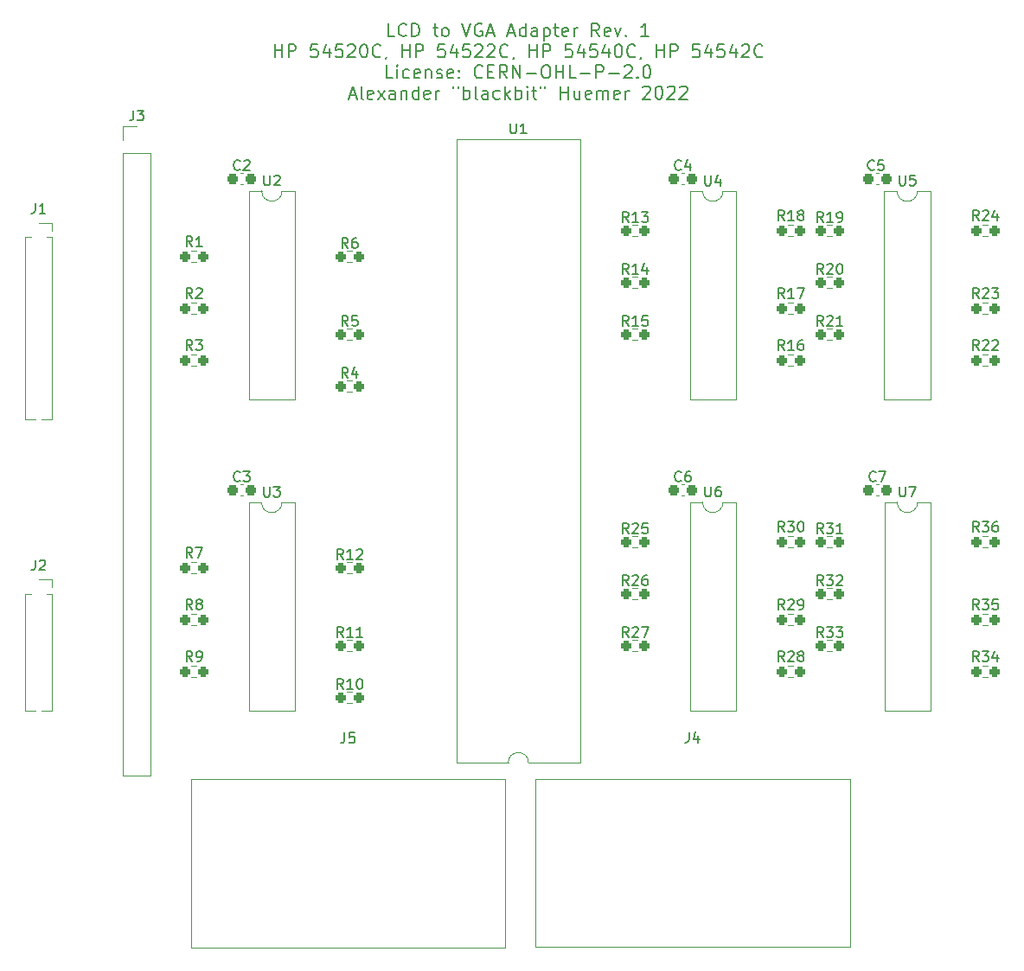
<source format=gto>
%TF.GenerationSoftware,KiCad,Pcbnew,6.0.9+dfsg-1*%
%TF.CreationDate,2022-12-20T22:45:33+00:00*%
%TF.ProjectId,HP_54542C_Display_Adapter,48505f35-3435-4343-9243-5f446973706c,1*%
%TF.SameCoordinates,Original*%
%TF.FileFunction,Legend,Top*%
%TF.FilePolarity,Positive*%
%FSLAX46Y46*%
G04 Gerber Fmt 4.6, Leading zero omitted, Abs format (unit mm)*
G04 Created by KiCad (PCBNEW 6.0.9+dfsg-1) date 2022-12-20 22:45:33*
%MOMM*%
%LPD*%
G01*
G04 APERTURE LIST*
G04 Aperture macros list*
%AMRoundRect*
0 Rectangle with rounded corners*
0 $1 Rounding radius*
0 $2 $3 $4 $5 $6 $7 $8 $9 X,Y pos of 4 corners*
0 Add a 4 corners polygon primitive as box body*
4,1,4,$2,$3,$4,$5,$6,$7,$8,$9,$2,$3,0*
0 Add four circle primitives for the rounded corners*
1,1,$1+$1,$2,$3*
1,1,$1+$1,$4,$5*
1,1,$1+$1,$6,$7*
1,1,$1+$1,$8,$9*
0 Add four rect primitives between the rounded corners*
20,1,$1+$1,$2,$3,$4,$5,0*
20,1,$1+$1,$4,$5,$6,$7,0*
20,1,$1+$1,$6,$7,$8,$9,0*
20,1,$1+$1,$8,$9,$2,$3,0*%
G04 Aperture macros list end*
%ADD10C,0.150000*%
%ADD11C,0.120000*%
%ADD12C,4.500000*%
%ADD13C,1.500000*%
%ADD14RoundRect,0.237500X-0.250000X-0.237500X0.250000X-0.237500X0.250000X0.237500X-0.250000X0.237500X0*%
%ADD15RoundRect,0.237500X0.250000X0.237500X-0.250000X0.237500X-0.250000X-0.237500X0.250000X-0.237500X0*%
%ADD16RoundRect,0.237500X0.300000X0.237500X-0.300000X0.237500X-0.300000X-0.237500X0.300000X-0.237500X0*%
%ADD17R,2.400000X1.600000*%
%ADD18O,2.400000X1.600000*%
%ADD19R,1.700000X1.700000*%
%ADD20O,1.700000X1.700000*%
%ADD21R,1.000000X1.000000*%
%ADD22O,1.000000X1.000000*%
%ADD23C,7.500000*%
G04 APERTURE END LIST*
D10*
X137764761Y-59737473D02*
X137160000Y-59737473D01*
X137160000Y-58467473D01*
X138913809Y-59616521D02*
X138853333Y-59676997D01*
X138671904Y-59737473D01*
X138550952Y-59737473D01*
X138369523Y-59676997D01*
X138248571Y-59556045D01*
X138188095Y-59435092D01*
X138127619Y-59193188D01*
X138127619Y-59011759D01*
X138188095Y-58769854D01*
X138248571Y-58648902D01*
X138369523Y-58527950D01*
X138550952Y-58467473D01*
X138671904Y-58467473D01*
X138853333Y-58527950D01*
X138913809Y-58588426D01*
X139458095Y-59737473D02*
X139458095Y-58467473D01*
X139760476Y-58467473D01*
X139941904Y-58527950D01*
X140062857Y-58648902D01*
X140123333Y-58769854D01*
X140183809Y-59011759D01*
X140183809Y-59193188D01*
X140123333Y-59435092D01*
X140062857Y-59556045D01*
X139941904Y-59676997D01*
X139760476Y-59737473D01*
X139458095Y-59737473D01*
X141514285Y-58890807D02*
X141998095Y-58890807D01*
X141695714Y-58467473D02*
X141695714Y-59556045D01*
X141756190Y-59676997D01*
X141877142Y-59737473D01*
X141998095Y-59737473D01*
X142602857Y-59737473D02*
X142481904Y-59676997D01*
X142421428Y-59616521D01*
X142360952Y-59495569D01*
X142360952Y-59132711D01*
X142421428Y-59011759D01*
X142481904Y-58951283D01*
X142602857Y-58890807D01*
X142784285Y-58890807D01*
X142905238Y-58951283D01*
X142965714Y-59011759D01*
X143026190Y-59132711D01*
X143026190Y-59495569D01*
X142965714Y-59616521D01*
X142905238Y-59676997D01*
X142784285Y-59737473D01*
X142602857Y-59737473D01*
X144356666Y-58467473D02*
X144780000Y-59737473D01*
X145203333Y-58467473D01*
X146291904Y-58527950D02*
X146170952Y-58467473D01*
X145989523Y-58467473D01*
X145808095Y-58527950D01*
X145687142Y-58648902D01*
X145626666Y-58769854D01*
X145566190Y-59011759D01*
X145566190Y-59193188D01*
X145626666Y-59435092D01*
X145687142Y-59556045D01*
X145808095Y-59676997D01*
X145989523Y-59737473D01*
X146110476Y-59737473D01*
X146291904Y-59676997D01*
X146352380Y-59616521D01*
X146352380Y-59193188D01*
X146110476Y-59193188D01*
X146836190Y-59374616D02*
X147440952Y-59374616D01*
X146715238Y-59737473D02*
X147138571Y-58467473D01*
X147561904Y-59737473D01*
X148892380Y-59374616D02*
X149497142Y-59374616D01*
X148771428Y-59737473D02*
X149194761Y-58467473D01*
X149618095Y-59737473D01*
X150585714Y-59737473D02*
X150585714Y-58467473D01*
X150585714Y-59676997D02*
X150464761Y-59737473D01*
X150222857Y-59737473D01*
X150101904Y-59676997D01*
X150041428Y-59616521D01*
X149980952Y-59495569D01*
X149980952Y-59132711D01*
X150041428Y-59011759D01*
X150101904Y-58951283D01*
X150222857Y-58890807D01*
X150464761Y-58890807D01*
X150585714Y-58951283D01*
X151734761Y-59737473D02*
X151734761Y-59072235D01*
X151674285Y-58951283D01*
X151553333Y-58890807D01*
X151311428Y-58890807D01*
X151190476Y-58951283D01*
X151734761Y-59676997D02*
X151613809Y-59737473D01*
X151311428Y-59737473D01*
X151190476Y-59676997D01*
X151130000Y-59556045D01*
X151130000Y-59435092D01*
X151190476Y-59314140D01*
X151311428Y-59253664D01*
X151613809Y-59253664D01*
X151734761Y-59193188D01*
X152339523Y-58890807D02*
X152339523Y-60160807D01*
X152339523Y-58951283D02*
X152460476Y-58890807D01*
X152702380Y-58890807D01*
X152823333Y-58951283D01*
X152883809Y-59011759D01*
X152944285Y-59132711D01*
X152944285Y-59495569D01*
X152883809Y-59616521D01*
X152823333Y-59676997D01*
X152702380Y-59737473D01*
X152460476Y-59737473D01*
X152339523Y-59676997D01*
X153307142Y-58890807D02*
X153790952Y-58890807D01*
X153488571Y-58467473D02*
X153488571Y-59556045D01*
X153549047Y-59676997D01*
X153670000Y-59737473D01*
X153790952Y-59737473D01*
X154698095Y-59676997D02*
X154577142Y-59737473D01*
X154335238Y-59737473D01*
X154214285Y-59676997D01*
X154153809Y-59556045D01*
X154153809Y-59072235D01*
X154214285Y-58951283D01*
X154335238Y-58890807D01*
X154577142Y-58890807D01*
X154698095Y-58951283D01*
X154758571Y-59072235D01*
X154758571Y-59193188D01*
X154153809Y-59314140D01*
X155302857Y-59737473D02*
X155302857Y-58890807D01*
X155302857Y-59132711D02*
X155363333Y-59011759D01*
X155423809Y-58951283D01*
X155544761Y-58890807D01*
X155665714Y-58890807D01*
X157782380Y-59737473D02*
X157359047Y-59132711D01*
X157056666Y-59737473D02*
X157056666Y-58467473D01*
X157540476Y-58467473D01*
X157661428Y-58527950D01*
X157721904Y-58588426D01*
X157782380Y-58709378D01*
X157782380Y-58890807D01*
X157721904Y-59011759D01*
X157661428Y-59072235D01*
X157540476Y-59132711D01*
X157056666Y-59132711D01*
X158810476Y-59676997D02*
X158689523Y-59737473D01*
X158447619Y-59737473D01*
X158326666Y-59676997D01*
X158266190Y-59556045D01*
X158266190Y-59072235D01*
X158326666Y-58951283D01*
X158447619Y-58890807D01*
X158689523Y-58890807D01*
X158810476Y-58951283D01*
X158870952Y-59072235D01*
X158870952Y-59193188D01*
X158266190Y-59314140D01*
X159294285Y-58890807D02*
X159596666Y-59737473D01*
X159899047Y-58890807D01*
X160382857Y-59616521D02*
X160443333Y-59676997D01*
X160382857Y-59737473D01*
X160322380Y-59676997D01*
X160382857Y-59616521D01*
X160382857Y-59737473D01*
X162620476Y-59737473D02*
X161894761Y-59737473D01*
X162257619Y-59737473D02*
X162257619Y-58467473D01*
X162136666Y-58648902D01*
X162015714Y-58769854D01*
X161894761Y-58830330D01*
X126032380Y-61782173D02*
X126032380Y-60512173D01*
X126032380Y-61116935D02*
X126758095Y-61116935D01*
X126758095Y-61782173D02*
X126758095Y-60512173D01*
X127362857Y-61782173D02*
X127362857Y-60512173D01*
X127846666Y-60512173D01*
X127967619Y-60572650D01*
X128028095Y-60633126D01*
X128088571Y-60754078D01*
X128088571Y-60935507D01*
X128028095Y-61056459D01*
X127967619Y-61116935D01*
X127846666Y-61177411D01*
X127362857Y-61177411D01*
X130205238Y-60512173D02*
X129600476Y-60512173D01*
X129540000Y-61116935D01*
X129600476Y-61056459D01*
X129721428Y-60995983D01*
X130023809Y-60995983D01*
X130144761Y-61056459D01*
X130205238Y-61116935D01*
X130265714Y-61237888D01*
X130265714Y-61540269D01*
X130205238Y-61661221D01*
X130144761Y-61721697D01*
X130023809Y-61782173D01*
X129721428Y-61782173D01*
X129600476Y-61721697D01*
X129540000Y-61661221D01*
X131354285Y-60935507D02*
X131354285Y-61782173D01*
X131051904Y-60451697D02*
X130749523Y-61358840D01*
X131535714Y-61358840D01*
X132624285Y-60512173D02*
X132019523Y-60512173D01*
X131959047Y-61116935D01*
X132019523Y-61056459D01*
X132140476Y-60995983D01*
X132442857Y-60995983D01*
X132563809Y-61056459D01*
X132624285Y-61116935D01*
X132684761Y-61237888D01*
X132684761Y-61540269D01*
X132624285Y-61661221D01*
X132563809Y-61721697D01*
X132442857Y-61782173D01*
X132140476Y-61782173D01*
X132019523Y-61721697D01*
X131959047Y-61661221D01*
X133168571Y-60633126D02*
X133229047Y-60572650D01*
X133350000Y-60512173D01*
X133652380Y-60512173D01*
X133773333Y-60572650D01*
X133833809Y-60633126D01*
X133894285Y-60754078D01*
X133894285Y-60875030D01*
X133833809Y-61056459D01*
X133108095Y-61782173D01*
X133894285Y-61782173D01*
X134680476Y-60512173D02*
X134801428Y-60512173D01*
X134922380Y-60572650D01*
X134982857Y-60633126D01*
X135043333Y-60754078D01*
X135103809Y-60995983D01*
X135103809Y-61298364D01*
X135043333Y-61540269D01*
X134982857Y-61661221D01*
X134922380Y-61721697D01*
X134801428Y-61782173D01*
X134680476Y-61782173D01*
X134559523Y-61721697D01*
X134499047Y-61661221D01*
X134438571Y-61540269D01*
X134378095Y-61298364D01*
X134378095Y-60995983D01*
X134438571Y-60754078D01*
X134499047Y-60633126D01*
X134559523Y-60572650D01*
X134680476Y-60512173D01*
X136373809Y-61661221D02*
X136313333Y-61721697D01*
X136131904Y-61782173D01*
X136010952Y-61782173D01*
X135829523Y-61721697D01*
X135708571Y-61600745D01*
X135648095Y-61479792D01*
X135587619Y-61237888D01*
X135587619Y-61056459D01*
X135648095Y-60814554D01*
X135708571Y-60693602D01*
X135829523Y-60572650D01*
X136010952Y-60512173D01*
X136131904Y-60512173D01*
X136313333Y-60572650D01*
X136373809Y-60633126D01*
X136978571Y-61721697D02*
X136978571Y-61782173D01*
X136918095Y-61903126D01*
X136857619Y-61963602D01*
X138490476Y-61782173D02*
X138490476Y-60512173D01*
X138490476Y-61116935D02*
X139216190Y-61116935D01*
X139216190Y-61782173D02*
X139216190Y-60512173D01*
X139820952Y-61782173D02*
X139820952Y-60512173D01*
X140304761Y-60512173D01*
X140425714Y-60572650D01*
X140486190Y-60633126D01*
X140546666Y-60754078D01*
X140546666Y-60935507D01*
X140486190Y-61056459D01*
X140425714Y-61116935D01*
X140304761Y-61177411D01*
X139820952Y-61177411D01*
X142663333Y-60512173D02*
X142058571Y-60512173D01*
X141998095Y-61116935D01*
X142058571Y-61056459D01*
X142179523Y-60995983D01*
X142481904Y-60995983D01*
X142602857Y-61056459D01*
X142663333Y-61116935D01*
X142723809Y-61237888D01*
X142723809Y-61540269D01*
X142663333Y-61661221D01*
X142602857Y-61721697D01*
X142481904Y-61782173D01*
X142179523Y-61782173D01*
X142058571Y-61721697D01*
X141998095Y-61661221D01*
X143812380Y-60935507D02*
X143812380Y-61782173D01*
X143510000Y-60451697D02*
X143207619Y-61358840D01*
X143993809Y-61358840D01*
X145082380Y-60512173D02*
X144477619Y-60512173D01*
X144417142Y-61116935D01*
X144477619Y-61056459D01*
X144598571Y-60995983D01*
X144900952Y-60995983D01*
X145021904Y-61056459D01*
X145082380Y-61116935D01*
X145142857Y-61237888D01*
X145142857Y-61540269D01*
X145082380Y-61661221D01*
X145021904Y-61721697D01*
X144900952Y-61782173D01*
X144598571Y-61782173D01*
X144477619Y-61721697D01*
X144417142Y-61661221D01*
X145626666Y-60633126D02*
X145687142Y-60572650D01*
X145808095Y-60512173D01*
X146110476Y-60512173D01*
X146231428Y-60572650D01*
X146291904Y-60633126D01*
X146352380Y-60754078D01*
X146352380Y-60875030D01*
X146291904Y-61056459D01*
X145566190Y-61782173D01*
X146352380Y-61782173D01*
X146836190Y-60633126D02*
X146896666Y-60572650D01*
X147017619Y-60512173D01*
X147320000Y-60512173D01*
X147440952Y-60572650D01*
X147501428Y-60633126D01*
X147561904Y-60754078D01*
X147561904Y-60875030D01*
X147501428Y-61056459D01*
X146775714Y-61782173D01*
X147561904Y-61782173D01*
X148831904Y-61661221D02*
X148771428Y-61721697D01*
X148590000Y-61782173D01*
X148469047Y-61782173D01*
X148287619Y-61721697D01*
X148166666Y-61600745D01*
X148106190Y-61479792D01*
X148045714Y-61237888D01*
X148045714Y-61056459D01*
X148106190Y-60814554D01*
X148166666Y-60693602D01*
X148287619Y-60572650D01*
X148469047Y-60512173D01*
X148590000Y-60512173D01*
X148771428Y-60572650D01*
X148831904Y-60633126D01*
X149436666Y-61721697D02*
X149436666Y-61782173D01*
X149376190Y-61903126D01*
X149315714Y-61963602D01*
X150948571Y-61782173D02*
X150948571Y-60512173D01*
X150948571Y-61116935D02*
X151674285Y-61116935D01*
X151674285Y-61782173D02*
X151674285Y-60512173D01*
X152279047Y-61782173D02*
X152279047Y-60512173D01*
X152762857Y-60512173D01*
X152883809Y-60572650D01*
X152944285Y-60633126D01*
X153004761Y-60754078D01*
X153004761Y-60935507D01*
X152944285Y-61056459D01*
X152883809Y-61116935D01*
X152762857Y-61177411D01*
X152279047Y-61177411D01*
X155121428Y-60512173D02*
X154516666Y-60512173D01*
X154456190Y-61116935D01*
X154516666Y-61056459D01*
X154637619Y-60995983D01*
X154940000Y-60995983D01*
X155060952Y-61056459D01*
X155121428Y-61116935D01*
X155181904Y-61237888D01*
X155181904Y-61540269D01*
X155121428Y-61661221D01*
X155060952Y-61721697D01*
X154940000Y-61782173D01*
X154637619Y-61782173D01*
X154516666Y-61721697D01*
X154456190Y-61661221D01*
X156270476Y-60935507D02*
X156270476Y-61782173D01*
X155968095Y-60451697D02*
X155665714Y-61358840D01*
X156451904Y-61358840D01*
X157540476Y-60512173D02*
X156935714Y-60512173D01*
X156875238Y-61116935D01*
X156935714Y-61056459D01*
X157056666Y-60995983D01*
X157359047Y-60995983D01*
X157480000Y-61056459D01*
X157540476Y-61116935D01*
X157600952Y-61237888D01*
X157600952Y-61540269D01*
X157540476Y-61661221D01*
X157480000Y-61721697D01*
X157359047Y-61782173D01*
X157056666Y-61782173D01*
X156935714Y-61721697D01*
X156875238Y-61661221D01*
X158689523Y-60935507D02*
X158689523Y-61782173D01*
X158387142Y-60451697D02*
X158084761Y-61358840D01*
X158870952Y-61358840D01*
X159596666Y-60512173D02*
X159717619Y-60512173D01*
X159838571Y-60572650D01*
X159899047Y-60633126D01*
X159959523Y-60754078D01*
X160020000Y-60995983D01*
X160020000Y-61298364D01*
X159959523Y-61540269D01*
X159899047Y-61661221D01*
X159838571Y-61721697D01*
X159717619Y-61782173D01*
X159596666Y-61782173D01*
X159475714Y-61721697D01*
X159415238Y-61661221D01*
X159354761Y-61540269D01*
X159294285Y-61298364D01*
X159294285Y-60995983D01*
X159354761Y-60754078D01*
X159415238Y-60633126D01*
X159475714Y-60572650D01*
X159596666Y-60512173D01*
X161290000Y-61661221D02*
X161229523Y-61721697D01*
X161048095Y-61782173D01*
X160927142Y-61782173D01*
X160745714Y-61721697D01*
X160624761Y-61600745D01*
X160564285Y-61479792D01*
X160503809Y-61237888D01*
X160503809Y-61056459D01*
X160564285Y-60814554D01*
X160624761Y-60693602D01*
X160745714Y-60572650D01*
X160927142Y-60512173D01*
X161048095Y-60512173D01*
X161229523Y-60572650D01*
X161290000Y-60633126D01*
X161894761Y-61721697D02*
X161894761Y-61782173D01*
X161834285Y-61903126D01*
X161773809Y-61963602D01*
X163406666Y-61782173D02*
X163406666Y-60512173D01*
X163406666Y-61116935D02*
X164132380Y-61116935D01*
X164132380Y-61782173D02*
X164132380Y-60512173D01*
X164737142Y-61782173D02*
X164737142Y-60512173D01*
X165220952Y-60512173D01*
X165341904Y-60572650D01*
X165402380Y-60633126D01*
X165462857Y-60754078D01*
X165462857Y-60935507D01*
X165402380Y-61056459D01*
X165341904Y-61116935D01*
X165220952Y-61177411D01*
X164737142Y-61177411D01*
X167579523Y-60512173D02*
X166974761Y-60512173D01*
X166914285Y-61116935D01*
X166974761Y-61056459D01*
X167095714Y-60995983D01*
X167398095Y-60995983D01*
X167519047Y-61056459D01*
X167579523Y-61116935D01*
X167640000Y-61237888D01*
X167640000Y-61540269D01*
X167579523Y-61661221D01*
X167519047Y-61721697D01*
X167398095Y-61782173D01*
X167095714Y-61782173D01*
X166974761Y-61721697D01*
X166914285Y-61661221D01*
X168728571Y-60935507D02*
X168728571Y-61782173D01*
X168426190Y-60451697D02*
X168123809Y-61358840D01*
X168910000Y-61358840D01*
X169998571Y-60512173D02*
X169393809Y-60512173D01*
X169333333Y-61116935D01*
X169393809Y-61056459D01*
X169514761Y-60995983D01*
X169817142Y-60995983D01*
X169938095Y-61056459D01*
X169998571Y-61116935D01*
X170059047Y-61237888D01*
X170059047Y-61540269D01*
X169998571Y-61661221D01*
X169938095Y-61721697D01*
X169817142Y-61782173D01*
X169514761Y-61782173D01*
X169393809Y-61721697D01*
X169333333Y-61661221D01*
X171147619Y-60935507D02*
X171147619Y-61782173D01*
X170845238Y-60451697D02*
X170542857Y-61358840D01*
X171329047Y-61358840D01*
X171752380Y-60633126D02*
X171812857Y-60572650D01*
X171933809Y-60512173D01*
X172236190Y-60512173D01*
X172357142Y-60572650D01*
X172417619Y-60633126D01*
X172478095Y-60754078D01*
X172478095Y-60875030D01*
X172417619Y-61056459D01*
X171691904Y-61782173D01*
X172478095Y-61782173D01*
X173748095Y-61661221D02*
X173687619Y-61721697D01*
X173506190Y-61782173D01*
X173385238Y-61782173D01*
X173203809Y-61721697D01*
X173082857Y-61600745D01*
X173022380Y-61479792D01*
X172961904Y-61237888D01*
X172961904Y-61056459D01*
X173022380Y-60814554D01*
X173082857Y-60693602D01*
X173203809Y-60572650D01*
X173385238Y-60512173D01*
X173506190Y-60512173D01*
X173687619Y-60572650D01*
X173748095Y-60633126D01*
X137583333Y-63826873D02*
X136978571Y-63826873D01*
X136978571Y-62556873D01*
X138006666Y-63826873D02*
X138006666Y-62980207D01*
X138006666Y-62556873D02*
X137946190Y-62617350D01*
X138006666Y-62677826D01*
X138067142Y-62617350D01*
X138006666Y-62556873D01*
X138006666Y-62677826D01*
X139155714Y-63766397D02*
X139034761Y-63826873D01*
X138792857Y-63826873D01*
X138671904Y-63766397D01*
X138611428Y-63705921D01*
X138550952Y-63584969D01*
X138550952Y-63222111D01*
X138611428Y-63101159D01*
X138671904Y-63040683D01*
X138792857Y-62980207D01*
X139034761Y-62980207D01*
X139155714Y-63040683D01*
X140183809Y-63766397D02*
X140062857Y-63826873D01*
X139820952Y-63826873D01*
X139700000Y-63766397D01*
X139639523Y-63645445D01*
X139639523Y-63161635D01*
X139700000Y-63040683D01*
X139820952Y-62980207D01*
X140062857Y-62980207D01*
X140183809Y-63040683D01*
X140244285Y-63161635D01*
X140244285Y-63282588D01*
X139639523Y-63403540D01*
X140788571Y-62980207D02*
X140788571Y-63826873D01*
X140788571Y-63101159D02*
X140849047Y-63040683D01*
X140970000Y-62980207D01*
X141151428Y-62980207D01*
X141272380Y-63040683D01*
X141332857Y-63161635D01*
X141332857Y-63826873D01*
X141877142Y-63766397D02*
X141998095Y-63826873D01*
X142240000Y-63826873D01*
X142360952Y-63766397D01*
X142421428Y-63645445D01*
X142421428Y-63584969D01*
X142360952Y-63464016D01*
X142240000Y-63403540D01*
X142058571Y-63403540D01*
X141937619Y-63343064D01*
X141877142Y-63222111D01*
X141877142Y-63161635D01*
X141937619Y-63040683D01*
X142058571Y-62980207D01*
X142240000Y-62980207D01*
X142360952Y-63040683D01*
X143449523Y-63766397D02*
X143328571Y-63826873D01*
X143086666Y-63826873D01*
X142965714Y-63766397D01*
X142905238Y-63645445D01*
X142905238Y-63161635D01*
X142965714Y-63040683D01*
X143086666Y-62980207D01*
X143328571Y-62980207D01*
X143449523Y-63040683D01*
X143510000Y-63161635D01*
X143510000Y-63282588D01*
X142905238Y-63403540D01*
X144054285Y-63705921D02*
X144114761Y-63766397D01*
X144054285Y-63826873D01*
X143993809Y-63766397D01*
X144054285Y-63705921D01*
X144054285Y-63826873D01*
X144054285Y-63040683D02*
X144114761Y-63101159D01*
X144054285Y-63161635D01*
X143993809Y-63101159D01*
X144054285Y-63040683D01*
X144054285Y-63161635D01*
X146352380Y-63705921D02*
X146291904Y-63766397D01*
X146110476Y-63826873D01*
X145989523Y-63826873D01*
X145808095Y-63766397D01*
X145687142Y-63645445D01*
X145626666Y-63524492D01*
X145566190Y-63282588D01*
X145566190Y-63101159D01*
X145626666Y-62859254D01*
X145687142Y-62738302D01*
X145808095Y-62617350D01*
X145989523Y-62556873D01*
X146110476Y-62556873D01*
X146291904Y-62617350D01*
X146352380Y-62677826D01*
X146896666Y-63161635D02*
X147320000Y-63161635D01*
X147501428Y-63826873D02*
X146896666Y-63826873D01*
X146896666Y-62556873D01*
X147501428Y-62556873D01*
X148771428Y-63826873D02*
X148348095Y-63222111D01*
X148045714Y-63826873D02*
X148045714Y-62556873D01*
X148529523Y-62556873D01*
X148650476Y-62617350D01*
X148710952Y-62677826D01*
X148771428Y-62798778D01*
X148771428Y-62980207D01*
X148710952Y-63101159D01*
X148650476Y-63161635D01*
X148529523Y-63222111D01*
X148045714Y-63222111D01*
X149315714Y-63826873D02*
X149315714Y-62556873D01*
X150041428Y-63826873D01*
X150041428Y-62556873D01*
X150646190Y-63343064D02*
X151613809Y-63343064D01*
X152460476Y-62556873D02*
X152702380Y-62556873D01*
X152823333Y-62617350D01*
X152944285Y-62738302D01*
X153004761Y-62980207D01*
X153004761Y-63403540D01*
X152944285Y-63645445D01*
X152823333Y-63766397D01*
X152702380Y-63826873D01*
X152460476Y-63826873D01*
X152339523Y-63766397D01*
X152218571Y-63645445D01*
X152158095Y-63403540D01*
X152158095Y-62980207D01*
X152218571Y-62738302D01*
X152339523Y-62617350D01*
X152460476Y-62556873D01*
X153549047Y-63826873D02*
X153549047Y-62556873D01*
X153549047Y-63161635D02*
X154274761Y-63161635D01*
X154274761Y-63826873D02*
X154274761Y-62556873D01*
X155484285Y-63826873D02*
X154879523Y-63826873D01*
X154879523Y-62556873D01*
X155907619Y-63343064D02*
X156875238Y-63343064D01*
X157480000Y-63826873D02*
X157480000Y-62556873D01*
X157963809Y-62556873D01*
X158084761Y-62617350D01*
X158145238Y-62677826D01*
X158205714Y-62798778D01*
X158205714Y-62980207D01*
X158145238Y-63101159D01*
X158084761Y-63161635D01*
X157963809Y-63222111D01*
X157480000Y-63222111D01*
X158750000Y-63343064D02*
X159717619Y-63343064D01*
X160261904Y-62677826D02*
X160322380Y-62617350D01*
X160443333Y-62556873D01*
X160745714Y-62556873D01*
X160866666Y-62617350D01*
X160927142Y-62677826D01*
X160987619Y-62798778D01*
X160987619Y-62919730D01*
X160927142Y-63101159D01*
X160201428Y-63826873D01*
X160987619Y-63826873D01*
X161531904Y-63705921D02*
X161592380Y-63766397D01*
X161531904Y-63826873D01*
X161471428Y-63766397D01*
X161531904Y-63705921D01*
X161531904Y-63826873D01*
X162378571Y-62556873D02*
X162499523Y-62556873D01*
X162620476Y-62617350D01*
X162680952Y-62677826D01*
X162741428Y-62798778D01*
X162801904Y-63040683D01*
X162801904Y-63343064D01*
X162741428Y-63584969D01*
X162680952Y-63705921D01*
X162620476Y-63766397D01*
X162499523Y-63826873D01*
X162378571Y-63826873D01*
X162257619Y-63766397D01*
X162197142Y-63705921D01*
X162136666Y-63584969D01*
X162076190Y-63343064D01*
X162076190Y-63040683D01*
X162136666Y-62798778D01*
X162197142Y-62677826D01*
X162257619Y-62617350D01*
X162378571Y-62556873D01*
X133319761Y-65508716D02*
X133924523Y-65508716D01*
X133198809Y-65871573D02*
X133622142Y-64601573D01*
X134045476Y-65871573D01*
X134650238Y-65871573D02*
X134529285Y-65811097D01*
X134468809Y-65690145D01*
X134468809Y-64601573D01*
X135617857Y-65811097D02*
X135496904Y-65871573D01*
X135255000Y-65871573D01*
X135134047Y-65811097D01*
X135073571Y-65690145D01*
X135073571Y-65206335D01*
X135134047Y-65085383D01*
X135255000Y-65024907D01*
X135496904Y-65024907D01*
X135617857Y-65085383D01*
X135678333Y-65206335D01*
X135678333Y-65327288D01*
X135073571Y-65448240D01*
X136101666Y-65871573D02*
X136766904Y-65024907D01*
X136101666Y-65024907D02*
X136766904Y-65871573D01*
X137795000Y-65871573D02*
X137795000Y-65206335D01*
X137734523Y-65085383D01*
X137613571Y-65024907D01*
X137371666Y-65024907D01*
X137250714Y-65085383D01*
X137795000Y-65811097D02*
X137674047Y-65871573D01*
X137371666Y-65871573D01*
X137250714Y-65811097D01*
X137190238Y-65690145D01*
X137190238Y-65569192D01*
X137250714Y-65448240D01*
X137371666Y-65387764D01*
X137674047Y-65387764D01*
X137795000Y-65327288D01*
X138399761Y-65024907D02*
X138399761Y-65871573D01*
X138399761Y-65145859D02*
X138460238Y-65085383D01*
X138581190Y-65024907D01*
X138762619Y-65024907D01*
X138883571Y-65085383D01*
X138944047Y-65206335D01*
X138944047Y-65871573D01*
X140093095Y-65871573D02*
X140093095Y-64601573D01*
X140093095Y-65811097D02*
X139972142Y-65871573D01*
X139730238Y-65871573D01*
X139609285Y-65811097D01*
X139548809Y-65750621D01*
X139488333Y-65629669D01*
X139488333Y-65266811D01*
X139548809Y-65145859D01*
X139609285Y-65085383D01*
X139730238Y-65024907D01*
X139972142Y-65024907D01*
X140093095Y-65085383D01*
X141181666Y-65811097D02*
X141060714Y-65871573D01*
X140818809Y-65871573D01*
X140697857Y-65811097D01*
X140637380Y-65690145D01*
X140637380Y-65206335D01*
X140697857Y-65085383D01*
X140818809Y-65024907D01*
X141060714Y-65024907D01*
X141181666Y-65085383D01*
X141242142Y-65206335D01*
X141242142Y-65327288D01*
X140637380Y-65448240D01*
X141786428Y-65871573D02*
X141786428Y-65024907D01*
X141786428Y-65266811D02*
X141846904Y-65145859D01*
X141907380Y-65085383D01*
X142028333Y-65024907D01*
X142149285Y-65024907D01*
X143479761Y-64601573D02*
X143479761Y-64843478D01*
X143963571Y-64601573D02*
X143963571Y-64843478D01*
X144507857Y-65871573D02*
X144507857Y-64601573D01*
X144507857Y-65085383D02*
X144628809Y-65024907D01*
X144870714Y-65024907D01*
X144991666Y-65085383D01*
X145052142Y-65145859D01*
X145112619Y-65266811D01*
X145112619Y-65629669D01*
X145052142Y-65750621D01*
X144991666Y-65811097D01*
X144870714Y-65871573D01*
X144628809Y-65871573D01*
X144507857Y-65811097D01*
X145838333Y-65871573D02*
X145717380Y-65811097D01*
X145656904Y-65690145D01*
X145656904Y-64601573D01*
X146866428Y-65871573D02*
X146866428Y-65206335D01*
X146805952Y-65085383D01*
X146685000Y-65024907D01*
X146443095Y-65024907D01*
X146322142Y-65085383D01*
X146866428Y-65811097D02*
X146745476Y-65871573D01*
X146443095Y-65871573D01*
X146322142Y-65811097D01*
X146261666Y-65690145D01*
X146261666Y-65569192D01*
X146322142Y-65448240D01*
X146443095Y-65387764D01*
X146745476Y-65387764D01*
X146866428Y-65327288D01*
X148015476Y-65811097D02*
X147894523Y-65871573D01*
X147652619Y-65871573D01*
X147531666Y-65811097D01*
X147471190Y-65750621D01*
X147410714Y-65629669D01*
X147410714Y-65266811D01*
X147471190Y-65145859D01*
X147531666Y-65085383D01*
X147652619Y-65024907D01*
X147894523Y-65024907D01*
X148015476Y-65085383D01*
X148559761Y-65871573D02*
X148559761Y-64601573D01*
X148680714Y-65387764D02*
X149043571Y-65871573D01*
X149043571Y-65024907D02*
X148559761Y-65508716D01*
X149587857Y-65871573D02*
X149587857Y-64601573D01*
X149587857Y-65085383D02*
X149708809Y-65024907D01*
X149950714Y-65024907D01*
X150071666Y-65085383D01*
X150132142Y-65145859D01*
X150192619Y-65266811D01*
X150192619Y-65629669D01*
X150132142Y-65750621D01*
X150071666Y-65811097D01*
X149950714Y-65871573D01*
X149708809Y-65871573D01*
X149587857Y-65811097D01*
X150736904Y-65871573D02*
X150736904Y-65024907D01*
X150736904Y-64601573D02*
X150676428Y-64662050D01*
X150736904Y-64722526D01*
X150797380Y-64662050D01*
X150736904Y-64601573D01*
X150736904Y-64722526D01*
X151160238Y-65024907D02*
X151644047Y-65024907D01*
X151341666Y-64601573D02*
X151341666Y-65690145D01*
X151402142Y-65811097D01*
X151523095Y-65871573D01*
X151644047Y-65871573D01*
X152006904Y-64601573D02*
X152006904Y-64843478D01*
X152490714Y-64601573D02*
X152490714Y-64843478D01*
X154002619Y-65871573D02*
X154002619Y-64601573D01*
X154002619Y-65206335D02*
X154728333Y-65206335D01*
X154728333Y-65871573D02*
X154728333Y-64601573D01*
X155877380Y-65024907D02*
X155877380Y-65871573D01*
X155333095Y-65024907D02*
X155333095Y-65690145D01*
X155393571Y-65811097D01*
X155514523Y-65871573D01*
X155695952Y-65871573D01*
X155816904Y-65811097D01*
X155877380Y-65750621D01*
X156965952Y-65811097D02*
X156845000Y-65871573D01*
X156603095Y-65871573D01*
X156482142Y-65811097D01*
X156421666Y-65690145D01*
X156421666Y-65206335D01*
X156482142Y-65085383D01*
X156603095Y-65024907D01*
X156845000Y-65024907D01*
X156965952Y-65085383D01*
X157026428Y-65206335D01*
X157026428Y-65327288D01*
X156421666Y-65448240D01*
X157570714Y-65871573D02*
X157570714Y-65024907D01*
X157570714Y-65145859D02*
X157631190Y-65085383D01*
X157752142Y-65024907D01*
X157933571Y-65024907D01*
X158054523Y-65085383D01*
X158115000Y-65206335D01*
X158115000Y-65871573D01*
X158115000Y-65206335D02*
X158175476Y-65085383D01*
X158296428Y-65024907D01*
X158477857Y-65024907D01*
X158598809Y-65085383D01*
X158659285Y-65206335D01*
X158659285Y-65871573D01*
X159747857Y-65811097D02*
X159626904Y-65871573D01*
X159385000Y-65871573D01*
X159264047Y-65811097D01*
X159203571Y-65690145D01*
X159203571Y-65206335D01*
X159264047Y-65085383D01*
X159385000Y-65024907D01*
X159626904Y-65024907D01*
X159747857Y-65085383D01*
X159808333Y-65206335D01*
X159808333Y-65327288D01*
X159203571Y-65448240D01*
X160352619Y-65871573D02*
X160352619Y-65024907D01*
X160352619Y-65266811D02*
X160413095Y-65145859D01*
X160473571Y-65085383D01*
X160594523Y-65024907D01*
X160715476Y-65024907D01*
X162045952Y-64722526D02*
X162106428Y-64662050D01*
X162227380Y-64601573D01*
X162529761Y-64601573D01*
X162650714Y-64662050D01*
X162711190Y-64722526D01*
X162771666Y-64843478D01*
X162771666Y-64964430D01*
X162711190Y-65145859D01*
X161985476Y-65871573D01*
X162771666Y-65871573D01*
X163557857Y-64601573D02*
X163678809Y-64601573D01*
X163799761Y-64662050D01*
X163860238Y-64722526D01*
X163920714Y-64843478D01*
X163981190Y-65085383D01*
X163981190Y-65387764D01*
X163920714Y-65629669D01*
X163860238Y-65750621D01*
X163799761Y-65811097D01*
X163678809Y-65871573D01*
X163557857Y-65871573D01*
X163436904Y-65811097D01*
X163376428Y-65750621D01*
X163315952Y-65629669D01*
X163255476Y-65387764D01*
X163255476Y-65085383D01*
X163315952Y-64843478D01*
X163376428Y-64722526D01*
X163436904Y-64662050D01*
X163557857Y-64601573D01*
X164465000Y-64722526D02*
X164525476Y-64662050D01*
X164646428Y-64601573D01*
X164948809Y-64601573D01*
X165069761Y-64662050D01*
X165130238Y-64722526D01*
X165190714Y-64843478D01*
X165190714Y-64964430D01*
X165130238Y-65145859D01*
X164404523Y-65871573D01*
X165190714Y-65871573D01*
X165674523Y-64722526D02*
X165735000Y-64662050D01*
X165855952Y-64601573D01*
X166158333Y-64601573D01*
X166279285Y-64662050D01*
X166339761Y-64722526D01*
X166400238Y-64843478D01*
X166400238Y-64964430D01*
X166339761Y-65145859D01*
X165614047Y-65871573D01*
X166400238Y-65871573D01*
%TO.C,J5*%
X132856666Y-127912380D02*
X132856666Y-128626666D01*
X132809047Y-128769523D01*
X132713809Y-128864761D01*
X132570952Y-128912380D01*
X132475714Y-128912380D01*
X133809047Y-127912380D02*
X133332857Y-127912380D01*
X133285238Y-128388571D01*
X133332857Y-128340952D01*
X133428095Y-128293333D01*
X133666190Y-128293333D01*
X133761428Y-128340952D01*
X133809047Y-128388571D01*
X133856666Y-128483809D01*
X133856666Y-128721904D01*
X133809047Y-128817142D01*
X133761428Y-128864761D01*
X133666190Y-128912380D01*
X133428095Y-128912380D01*
X133332857Y-128864761D01*
X133285238Y-128817142D01*
%TO.C,J4*%
X166556666Y-127862380D02*
X166556666Y-128576666D01*
X166509047Y-128719523D01*
X166413809Y-128814761D01*
X166270952Y-128862380D01*
X166175714Y-128862380D01*
X167461428Y-128195714D02*
X167461428Y-128862380D01*
X167223333Y-127814761D02*
X166985238Y-128529047D01*
X167604285Y-128529047D01*
%TO.C,R36*%
X194937142Y-108242380D02*
X194603809Y-107766190D01*
X194365714Y-108242380D02*
X194365714Y-107242380D01*
X194746666Y-107242380D01*
X194841904Y-107290000D01*
X194889523Y-107337619D01*
X194937142Y-107432857D01*
X194937142Y-107575714D01*
X194889523Y-107670952D01*
X194841904Y-107718571D01*
X194746666Y-107766190D01*
X194365714Y-107766190D01*
X195270476Y-107242380D02*
X195889523Y-107242380D01*
X195556190Y-107623333D01*
X195699047Y-107623333D01*
X195794285Y-107670952D01*
X195841904Y-107718571D01*
X195889523Y-107813809D01*
X195889523Y-108051904D01*
X195841904Y-108147142D01*
X195794285Y-108194761D01*
X195699047Y-108242380D01*
X195413333Y-108242380D01*
X195318095Y-108194761D01*
X195270476Y-108147142D01*
X196746666Y-107242380D02*
X196556190Y-107242380D01*
X196460952Y-107290000D01*
X196413333Y-107337619D01*
X196318095Y-107480476D01*
X196270476Y-107670952D01*
X196270476Y-108051904D01*
X196318095Y-108147142D01*
X196365714Y-108194761D01*
X196460952Y-108242380D01*
X196651428Y-108242380D01*
X196746666Y-108194761D01*
X196794285Y-108147142D01*
X196841904Y-108051904D01*
X196841904Y-107813809D01*
X196794285Y-107718571D01*
X196746666Y-107670952D01*
X196651428Y-107623333D01*
X196460952Y-107623333D01*
X196365714Y-107670952D01*
X196318095Y-107718571D01*
X196270476Y-107813809D01*
%TO.C,R35*%
X194937142Y-115862380D02*
X194603809Y-115386190D01*
X194365714Y-115862380D02*
X194365714Y-114862380D01*
X194746666Y-114862380D01*
X194841904Y-114910000D01*
X194889523Y-114957619D01*
X194937142Y-115052857D01*
X194937142Y-115195714D01*
X194889523Y-115290952D01*
X194841904Y-115338571D01*
X194746666Y-115386190D01*
X194365714Y-115386190D01*
X195270476Y-114862380D02*
X195889523Y-114862380D01*
X195556190Y-115243333D01*
X195699047Y-115243333D01*
X195794285Y-115290952D01*
X195841904Y-115338571D01*
X195889523Y-115433809D01*
X195889523Y-115671904D01*
X195841904Y-115767142D01*
X195794285Y-115814761D01*
X195699047Y-115862380D01*
X195413333Y-115862380D01*
X195318095Y-115814761D01*
X195270476Y-115767142D01*
X196794285Y-114862380D02*
X196318095Y-114862380D01*
X196270476Y-115338571D01*
X196318095Y-115290952D01*
X196413333Y-115243333D01*
X196651428Y-115243333D01*
X196746666Y-115290952D01*
X196794285Y-115338571D01*
X196841904Y-115433809D01*
X196841904Y-115671904D01*
X196794285Y-115767142D01*
X196746666Y-115814761D01*
X196651428Y-115862380D01*
X196413333Y-115862380D01*
X196318095Y-115814761D01*
X196270476Y-115767142D01*
%TO.C,R34*%
X194937142Y-120942380D02*
X194603809Y-120466190D01*
X194365714Y-120942380D02*
X194365714Y-119942380D01*
X194746666Y-119942380D01*
X194841904Y-119990000D01*
X194889523Y-120037619D01*
X194937142Y-120132857D01*
X194937142Y-120275714D01*
X194889523Y-120370952D01*
X194841904Y-120418571D01*
X194746666Y-120466190D01*
X194365714Y-120466190D01*
X195270476Y-119942380D02*
X195889523Y-119942380D01*
X195556190Y-120323333D01*
X195699047Y-120323333D01*
X195794285Y-120370952D01*
X195841904Y-120418571D01*
X195889523Y-120513809D01*
X195889523Y-120751904D01*
X195841904Y-120847142D01*
X195794285Y-120894761D01*
X195699047Y-120942380D01*
X195413333Y-120942380D01*
X195318095Y-120894761D01*
X195270476Y-120847142D01*
X196746666Y-120275714D02*
X196746666Y-120942380D01*
X196508571Y-119894761D02*
X196270476Y-120609047D01*
X196889523Y-120609047D01*
%TO.C,R33*%
X179697142Y-118562380D02*
X179363809Y-118086190D01*
X179125714Y-118562380D02*
X179125714Y-117562380D01*
X179506666Y-117562380D01*
X179601904Y-117610000D01*
X179649523Y-117657619D01*
X179697142Y-117752857D01*
X179697142Y-117895714D01*
X179649523Y-117990952D01*
X179601904Y-118038571D01*
X179506666Y-118086190D01*
X179125714Y-118086190D01*
X180030476Y-117562380D02*
X180649523Y-117562380D01*
X180316190Y-117943333D01*
X180459047Y-117943333D01*
X180554285Y-117990952D01*
X180601904Y-118038571D01*
X180649523Y-118133809D01*
X180649523Y-118371904D01*
X180601904Y-118467142D01*
X180554285Y-118514761D01*
X180459047Y-118562380D01*
X180173333Y-118562380D01*
X180078095Y-118514761D01*
X180030476Y-118467142D01*
X180982857Y-117562380D02*
X181601904Y-117562380D01*
X181268571Y-117943333D01*
X181411428Y-117943333D01*
X181506666Y-117990952D01*
X181554285Y-118038571D01*
X181601904Y-118133809D01*
X181601904Y-118371904D01*
X181554285Y-118467142D01*
X181506666Y-118514761D01*
X181411428Y-118562380D01*
X181125714Y-118562380D01*
X181030476Y-118514761D01*
X180982857Y-118467142D01*
%TO.C,R32*%
X179697142Y-113482380D02*
X179363809Y-113006190D01*
X179125714Y-113482380D02*
X179125714Y-112482380D01*
X179506666Y-112482380D01*
X179601904Y-112530000D01*
X179649523Y-112577619D01*
X179697142Y-112672857D01*
X179697142Y-112815714D01*
X179649523Y-112910952D01*
X179601904Y-112958571D01*
X179506666Y-113006190D01*
X179125714Y-113006190D01*
X180030476Y-112482380D02*
X180649523Y-112482380D01*
X180316190Y-112863333D01*
X180459047Y-112863333D01*
X180554285Y-112910952D01*
X180601904Y-112958571D01*
X180649523Y-113053809D01*
X180649523Y-113291904D01*
X180601904Y-113387142D01*
X180554285Y-113434761D01*
X180459047Y-113482380D01*
X180173333Y-113482380D01*
X180078095Y-113434761D01*
X180030476Y-113387142D01*
X181030476Y-112577619D02*
X181078095Y-112530000D01*
X181173333Y-112482380D01*
X181411428Y-112482380D01*
X181506666Y-112530000D01*
X181554285Y-112577619D01*
X181601904Y-112672857D01*
X181601904Y-112768095D01*
X181554285Y-112910952D01*
X180982857Y-113482380D01*
X181601904Y-113482380D01*
%TO.C,R31*%
X179697142Y-108402380D02*
X179363809Y-107926190D01*
X179125714Y-108402380D02*
X179125714Y-107402380D01*
X179506666Y-107402380D01*
X179601904Y-107450000D01*
X179649523Y-107497619D01*
X179697142Y-107592857D01*
X179697142Y-107735714D01*
X179649523Y-107830952D01*
X179601904Y-107878571D01*
X179506666Y-107926190D01*
X179125714Y-107926190D01*
X180030476Y-107402380D02*
X180649523Y-107402380D01*
X180316190Y-107783333D01*
X180459047Y-107783333D01*
X180554285Y-107830952D01*
X180601904Y-107878571D01*
X180649523Y-107973809D01*
X180649523Y-108211904D01*
X180601904Y-108307142D01*
X180554285Y-108354761D01*
X180459047Y-108402380D01*
X180173333Y-108402380D01*
X180078095Y-108354761D01*
X180030476Y-108307142D01*
X181601904Y-108402380D02*
X181030476Y-108402380D01*
X181316190Y-108402380D02*
X181316190Y-107402380D01*
X181220952Y-107545238D01*
X181125714Y-107640476D01*
X181030476Y-107688095D01*
%TO.C,R30*%
X175887142Y-108242380D02*
X175553809Y-107766190D01*
X175315714Y-108242380D02*
X175315714Y-107242380D01*
X175696666Y-107242380D01*
X175791904Y-107290000D01*
X175839523Y-107337619D01*
X175887142Y-107432857D01*
X175887142Y-107575714D01*
X175839523Y-107670952D01*
X175791904Y-107718571D01*
X175696666Y-107766190D01*
X175315714Y-107766190D01*
X176220476Y-107242380D02*
X176839523Y-107242380D01*
X176506190Y-107623333D01*
X176649047Y-107623333D01*
X176744285Y-107670952D01*
X176791904Y-107718571D01*
X176839523Y-107813809D01*
X176839523Y-108051904D01*
X176791904Y-108147142D01*
X176744285Y-108194761D01*
X176649047Y-108242380D01*
X176363333Y-108242380D01*
X176268095Y-108194761D01*
X176220476Y-108147142D01*
X177458571Y-107242380D02*
X177553809Y-107242380D01*
X177649047Y-107290000D01*
X177696666Y-107337619D01*
X177744285Y-107432857D01*
X177791904Y-107623333D01*
X177791904Y-107861428D01*
X177744285Y-108051904D01*
X177696666Y-108147142D01*
X177649047Y-108194761D01*
X177553809Y-108242380D01*
X177458571Y-108242380D01*
X177363333Y-108194761D01*
X177315714Y-108147142D01*
X177268095Y-108051904D01*
X177220476Y-107861428D01*
X177220476Y-107623333D01*
X177268095Y-107432857D01*
X177315714Y-107337619D01*
X177363333Y-107290000D01*
X177458571Y-107242380D01*
%TO.C,R29*%
X175887142Y-115862380D02*
X175553809Y-115386190D01*
X175315714Y-115862380D02*
X175315714Y-114862380D01*
X175696666Y-114862380D01*
X175791904Y-114910000D01*
X175839523Y-114957619D01*
X175887142Y-115052857D01*
X175887142Y-115195714D01*
X175839523Y-115290952D01*
X175791904Y-115338571D01*
X175696666Y-115386190D01*
X175315714Y-115386190D01*
X176268095Y-114957619D02*
X176315714Y-114910000D01*
X176410952Y-114862380D01*
X176649047Y-114862380D01*
X176744285Y-114910000D01*
X176791904Y-114957619D01*
X176839523Y-115052857D01*
X176839523Y-115148095D01*
X176791904Y-115290952D01*
X176220476Y-115862380D01*
X176839523Y-115862380D01*
X177315714Y-115862380D02*
X177506190Y-115862380D01*
X177601428Y-115814761D01*
X177649047Y-115767142D01*
X177744285Y-115624285D01*
X177791904Y-115433809D01*
X177791904Y-115052857D01*
X177744285Y-114957619D01*
X177696666Y-114910000D01*
X177601428Y-114862380D01*
X177410952Y-114862380D01*
X177315714Y-114910000D01*
X177268095Y-114957619D01*
X177220476Y-115052857D01*
X177220476Y-115290952D01*
X177268095Y-115386190D01*
X177315714Y-115433809D01*
X177410952Y-115481428D01*
X177601428Y-115481428D01*
X177696666Y-115433809D01*
X177744285Y-115386190D01*
X177791904Y-115290952D01*
%TO.C,R28*%
X175887142Y-120942380D02*
X175553809Y-120466190D01*
X175315714Y-120942380D02*
X175315714Y-119942380D01*
X175696666Y-119942380D01*
X175791904Y-119990000D01*
X175839523Y-120037619D01*
X175887142Y-120132857D01*
X175887142Y-120275714D01*
X175839523Y-120370952D01*
X175791904Y-120418571D01*
X175696666Y-120466190D01*
X175315714Y-120466190D01*
X176268095Y-120037619D02*
X176315714Y-119990000D01*
X176410952Y-119942380D01*
X176649047Y-119942380D01*
X176744285Y-119990000D01*
X176791904Y-120037619D01*
X176839523Y-120132857D01*
X176839523Y-120228095D01*
X176791904Y-120370952D01*
X176220476Y-120942380D01*
X176839523Y-120942380D01*
X177410952Y-120370952D02*
X177315714Y-120323333D01*
X177268095Y-120275714D01*
X177220476Y-120180476D01*
X177220476Y-120132857D01*
X177268095Y-120037619D01*
X177315714Y-119990000D01*
X177410952Y-119942380D01*
X177601428Y-119942380D01*
X177696666Y-119990000D01*
X177744285Y-120037619D01*
X177791904Y-120132857D01*
X177791904Y-120180476D01*
X177744285Y-120275714D01*
X177696666Y-120323333D01*
X177601428Y-120370952D01*
X177410952Y-120370952D01*
X177315714Y-120418571D01*
X177268095Y-120466190D01*
X177220476Y-120561428D01*
X177220476Y-120751904D01*
X177268095Y-120847142D01*
X177315714Y-120894761D01*
X177410952Y-120942380D01*
X177601428Y-120942380D01*
X177696666Y-120894761D01*
X177744285Y-120847142D01*
X177791904Y-120751904D01*
X177791904Y-120561428D01*
X177744285Y-120466190D01*
X177696666Y-120418571D01*
X177601428Y-120370952D01*
%TO.C,R27*%
X160647142Y-118562380D02*
X160313809Y-118086190D01*
X160075714Y-118562380D02*
X160075714Y-117562380D01*
X160456666Y-117562380D01*
X160551904Y-117610000D01*
X160599523Y-117657619D01*
X160647142Y-117752857D01*
X160647142Y-117895714D01*
X160599523Y-117990952D01*
X160551904Y-118038571D01*
X160456666Y-118086190D01*
X160075714Y-118086190D01*
X161028095Y-117657619D02*
X161075714Y-117610000D01*
X161170952Y-117562380D01*
X161409047Y-117562380D01*
X161504285Y-117610000D01*
X161551904Y-117657619D01*
X161599523Y-117752857D01*
X161599523Y-117848095D01*
X161551904Y-117990952D01*
X160980476Y-118562380D01*
X161599523Y-118562380D01*
X161932857Y-117562380D02*
X162599523Y-117562380D01*
X162170952Y-118562380D01*
%TO.C,R26*%
X160647142Y-113482380D02*
X160313809Y-113006190D01*
X160075714Y-113482380D02*
X160075714Y-112482380D01*
X160456666Y-112482380D01*
X160551904Y-112530000D01*
X160599523Y-112577619D01*
X160647142Y-112672857D01*
X160647142Y-112815714D01*
X160599523Y-112910952D01*
X160551904Y-112958571D01*
X160456666Y-113006190D01*
X160075714Y-113006190D01*
X161028095Y-112577619D02*
X161075714Y-112530000D01*
X161170952Y-112482380D01*
X161409047Y-112482380D01*
X161504285Y-112530000D01*
X161551904Y-112577619D01*
X161599523Y-112672857D01*
X161599523Y-112768095D01*
X161551904Y-112910952D01*
X160980476Y-113482380D01*
X161599523Y-113482380D01*
X162456666Y-112482380D02*
X162266190Y-112482380D01*
X162170952Y-112530000D01*
X162123333Y-112577619D01*
X162028095Y-112720476D01*
X161980476Y-112910952D01*
X161980476Y-113291904D01*
X162028095Y-113387142D01*
X162075714Y-113434761D01*
X162170952Y-113482380D01*
X162361428Y-113482380D01*
X162456666Y-113434761D01*
X162504285Y-113387142D01*
X162551904Y-113291904D01*
X162551904Y-113053809D01*
X162504285Y-112958571D01*
X162456666Y-112910952D01*
X162361428Y-112863333D01*
X162170952Y-112863333D01*
X162075714Y-112910952D01*
X162028095Y-112958571D01*
X161980476Y-113053809D01*
%TO.C,R25*%
X160647142Y-108402380D02*
X160313809Y-107926190D01*
X160075714Y-108402380D02*
X160075714Y-107402380D01*
X160456666Y-107402380D01*
X160551904Y-107450000D01*
X160599523Y-107497619D01*
X160647142Y-107592857D01*
X160647142Y-107735714D01*
X160599523Y-107830952D01*
X160551904Y-107878571D01*
X160456666Y-107926190D01*
X160075714Y-107926190D01*
X161028095Y-107497619D02*
X161075714Y-107450000D01*
X161170952Y-107402380D01*
X161409047Y-107402380D01*
X161504285Y-107450000D01*
X161551904Y-107497619D01*
X161599523Y-107592857D01*
X161599523Y-107688095D01*
X161551904Y-107830952D01*
X160980476Y-108402380D01*
X161599523Y-108402380D01*
X162504285Y-107402380D02*
X162028095Y-107402380D01*
X161980476Y-107878571D01*
X162028095Y-107830952D01*
X162123333Y-107783333D01*
X162361428Y-107783333D01*
X162456666Y-107830952D01*
X162504285Y-107878571D01*
X162551904Y-107973809D01*
X162551904Y-108211904D01*
X162504285Y-108307142D01*
X162456666Y-108354761D01*
X162361428Y-108402380D01*
X162123333Y-108402380D01*
X162028095Y-108354761D01*
X161980476Y-108307142D01*
%TO.C,R24*%
X194937142Y-77762380D02*
X194603809Y-77286190D01*
X194365714Y-77762380D02*
X194365714Y-76762380D01*
X194746666Y-76762380D01*
X194841904Y-76810000D01*
X194889523Y-76857619D01*
X194937142Y-76952857D01*
X194937142Y-77095714D01*
X194889523Y-77190952D01*
X194841904Y-77238571D01*
X194746666Y-77286190D01*
X194365714Y-77286190D01*
X195318095Y-76857619D02*
X195365714Y-76810000D01*
X195460952Y-76762380D01*
X195699047Y-76762380D01*
X195794285Y-76810000D01*
X195841904Y-76857619D01*
X195889523Y-76952857D01*
X195889523Y-77048095D01*
X195841904Y-77190952D01*
X195270476Y-77762380D01*
X195889523Y-77762380D01*
X196746666Y-77095714D02*
X196746666Y-77762380D01*
X196508571Y-76714761D02*
X196270476Y-77429047D01*
X196889523Y-77429047D01*
%TO.C,R23*%
X194937142Y-85382380D02*
X194603809Y-84906190D01*
X194365714Y-85382380D02*
X194365714Y-84382380D01*
X194746666Y-84382380D01*
X194841904Y-84430000D01*
X194889523Y-84477619D01*
X194937142Y-84572857D01*
X194937142Y-84715714D01*
X194889523Y-84810952D01*
X194841904Y-84858571D01*
X194746666Y-84906190D01*
X194365714Y-84906190D01*
X195318095Y-84477619D02*
X195365714Y-84430000D01*
X195460952Y-84382380D01*
X195699047Y-84382380D01*
X195794285Y-84430000D01*
X195841904Y-84477619D01*
X195889523Y-84572857D01*
X195889523Y-84668095D01*
X195841904Y-84810952D01*
X195270476Y-85382380D01*
X195889523Y-85382380D01*
X196222857Y-84382380D02*
X196841904Y-84382380D01*
X196508571Y-84763333D01*
X196651428Y-84763333D01*
X196746666Y-84810952D01*
X196794285Y-84858571D01*
X196841904Y-84953809D01*
X196841904Y-85191904D01*
X196794285Y-85287142D01*
X196746666Y-85334761D01*
X196651428Y-85382380D01*
X196365714Y-85382380D01*
X196270476Y-85334761D01*
X196222857Y-85287142D01*
%TO.C,R22*%
X194937142Y-90462380D02*
X194603809Y-89986190D01*
X194365714Y-90462380D02*
X194365714Y-89462380D01*
X194746666Y-89462380D01*
X194841904Y-89510000D01*
X194889523Y-89557619D01*
X194937142Y-89652857D01*
X194937142Y-89795714D01*
X194889523Y-89890952D01*
X194841904Y-89938571D01*
X194746666Y-89986190D01*
X194365714Y-89986190D01*
X195318095Y-89557619D02*
X195365714Y-89510000D01*
X195460952Y-89462380D01*
X195699047Y-89462380D01*
X195794285Y-89510000D01*
X195841904Y-89557619D01*
X195889523Y-89652857D01*
X195889523Y-89748095D01*
X195841904Y-89890952D01*
X195270476Y-90462380D01*
X195889523Y-90462380D01*
X196270476Y-89557619D02*
X196318095Y-89510000D01*
X196413333Y-89462380D01*
X196651428Y-89462380D01*
X196746666Y-89510000D01*
X196794285Y-89557619D01*
X196841904Y-89652857D01*
X196841904Y-89748095D01*
X196794285Y-89890952D01*
X196222857Y-90462380D01*
X196841904Y-90462380D01*
%TO.C,R21*%
X179697142Y-88082380D02*
X179363809Y-87606190D01*
X179125714Y-88082380D02*
X179125714Y-87082380D01*
X179506666Y-87082380D01*
X179601904Y-87130000D01*
X179649523Y-87177619D01*
X179697142Y-87272857D01*
X179697142Y-87415714D01*
X179649523Y-87510952D01*
X179601904Y-87558571D01*
X179506666Y-87606190D01*
X179125714Y-87606190D01*
X180078095Y-87177619D02*
X180125714Y-87130000D01*
X180220952Y-87082380D01*
X180459047Y-87082380D01*
X180554285Y-87130000D01*
X180601904Y-87177619D01*
X180649523Y-87272857D01*
X180649523Y-87368095D01*
X180601904Y-87510952D01*
X180030476Y-88082380D01*
X180649523Y-88082380D01*
X181601904Y-88082380D02*
X181030476Y-88082380D01*
X181316190Y-88082380D02*
X181316190Y-87082380D01*
X181220952Y-87225238D01*
X181125714Y-87320476D01*
X181030476Y-87368095D01*
%TO.C,R20*%
X179697142Y-83002380D02*
X179363809Y-82526190D01*
X179125714Y-83002380D02*
X179125714Y-82002380D01*
X179506666Y-82002380D01*
X179601904Y-82050000D01*
X179649523Y-82097619D01*
X179697142Y-82192857D01*
X179697142Y-82335714D01*
X179649523Y-82430952D01*
X179601904Y-82478571D01*
X179506666Y-82526190D01*
X179125714Y-82526190D01*
X180078095Y-82097619D02*
X180125714Y-82050000D01*
X180220952Y-82002380D01*
X180459047Y-82002380D01*
X180554285Y-82050000D01*
X180601904Y-82097619D01*
X180649523Y-82192857D01*
X180649523Y-82288095D01*
X180601904Y-82430952D01*
X180030476Y-83002380D01*
X180649523Y-83002380D01*
X181268571Y-82002380D02*
X181363809Y-82002380D01*
X181459047Y-82050000D01*
X181506666Y-82097619D01*
X181554285Y-82192857D01*
X181601904Y-82383333D01*
X181601904Y-82621428D01*
X181554285Y-82811904D01*
X181506666Y-82907142D01*
X181459047Y-82954761D01*
X181363809Y-83002380D01*
X181268571Y-83002380D01*
X181173333Y-82954761D01*
X181125714Y-82907142D01*
X181078095Y-82811904D01*
X181030476Y-82621428D01*
X181030476Y-82383333D01*
X181078095Y-82192857D01*
X181125714Y-82097619D01*
X181173333Y-82050000D01*
X181268571Y-82002380D01*
%TO.C,R19*%
X179697142Y-77922380D02*
X179363809Y-77446190D01*
X179125714Y-77922380D02*
X179125714Y-76922380D01*
X179506666Y-76922380D01*
X179601904Y-76970000D01*
X179649523Y-77017619D01*
X179697142Y-77112857D01*
X179697142Y-77255714D01*
X179649523Y-77350952D01*
X179601904Y-77398571D01*
X179506666Y-77446190D01*
X179125714Y-77446190D01*
X180649523Y-77922380D02*
X180078095Y-77922380D01*
X180363809Y-77922380D02*
X180363809Y-76922380D01*
X180268571Y-77065238D01*
X180173333Y-77160476D01*
X180078095Y-77208095D01*
X181125714Y-77922380D02*
X181316190Y-77922380D01*
X181411428Y-77874761D01*
X181459047Y-77827142D01*
X181554285Y-77684285D01*
X181601904Y-77493809D01*
X181601904Y-77112857D01*
X181554285Y-77017619D01*
X181506666Y-76970000D01*
X181411428Y-76922380D01*
X181220952Y-76922380D01*
X181125714Y-76970000D01*
X181078095Y-77017619D01*
X181030476Y-77112857D01*
X181030476Y-77350952D01*
X181078095Y-77446190D01*
X181125714Y-77493809D01*
X181220952Y-77541428D01*
X181411428Y-77541428D01*
X181506666Y-77493809D01*
X181554285Y-77446190D01*
X181601904Y-77350952D01*
%TO.C,R18*%
X175887142Y-77762380D02*
X175553809Y-77286190D01*
X175315714Y-77762380D02*
X175315714Y-76762380D01*
X175696666Y-76762380D01*
X175791904Y-76810000D01*
X175839523Y-76857619D01*
X175887142Y-76952857D01*
X175887142Y-77095714D01*
X175839523Y-77190952D01*
X175791904Y-77238571D01*
X175696666Y-77286190D01*
X175315714Y-77286190D01*
X176839523Y-77762380D02*
X176268095Y-77762380D01*
X176553809Y-77762380D02*
X176553809Y-76762380D01*
X176458571Y-76905238D01*
X176363333Y-77000476D01*
X176268095Y-77048095D01*
X177410952Y-77190952D02*
X177315714Y-77143333D01*
X177268095Y-77095714D01*
X177220476Y-77000476D01*
X177220476Y-76952857D01*
X177268095Y-76857619D01*
X177315714Y-76810000D01*
X177410952Y-76762380D01*
X177601428Y-76762380D01*
X177696666Y-76810000D01*
X177744285Y-76857619D01*
X177791904Y-76952857D01*
X177791904Y-77000476D01*
X177744285Y-77095714D01*
X177696666Y-77143333D01*
X177601428Y-77190952D01*
X177410952Y-77190952D01*
X177315714Y-77238571D01*
X177268095Y-77286190D01*
X177220476Y-77381428D01*
X177220476Y-77571904D01*
X177268095Y-77667142D01*
X177315714Y-77714761D01*
X177410952Y-77762380D01*
X177601428Y-77762380D01*
X177696666Y-77714761D01*
X177744285Y-77667142D01*
X177791904Y-77571904D01*
X177791904Y-77381428D01*
X177744285Y-77286190D01*
X177696666Y-77238571D01*
X177601428Y-77190952D01*
%TO.C,R17*%
X175887142Y-85382380D02*
X175553809Y-84906190D01*
X175315714Y-85382380D02*
X175315714Y-84382380D01*
X175696666Y-84382380D01*
X175791904Y-84430000D01*
X175839523Y-84477619D01*
X175887142Y-84572857D01*
X175887142Y-84715714D01*
X175839523Y-84810952D01*
X175791904Y-84858571D01*
X175696666Y-84906190D01*
X175315714Y-84906190D01*
X176839523Y-85382380D02*
X176268095Y-85382380D01*
X176553809Y-85382380D02*
X176553809Y-84382380D01*
X176458571Y-84525238D01*
X176363333Y-84620476D01*
X176268095Y-84668095D01*
X177172857Y-84382380D02*
X177839523Y-84382380D01*
X177410952Y-85382380D01*
%TO.C,R16*%
X175887142Y-90462380D02*
X175553809Y-89986190D01*
X175315714Y-90462380D02*
X175315714Y-89462380D01*
X175696666Y-89462380D01*
X175791904Y-89510000D01*
X175839523Y-89557619D01*
X175887142Y-89652857D01*
X175887142Y-89795714D01*
X175839523Y-89890952D01*
X175791904Y-89938571D01*
X175696666Y-89986190D01*
X175315714Y-89986190D01*
X176839523Y-90462380D02*
X176268095Y-90462380D01*
X176553809Y-90462380D02*
X176553809Y-89462380D01*
X176458571Y-89605238D01*
X176363333Y-89700476D01*
X176268095Y-89748095D01*
X177696666Y-89462380D02*
X177506190Y-89462380D01*
X177410952Y-89510000D01*
X177363333Y-89557619D01*
X177268095Y-89700476D01*
X177220476Y-89890952D01*
X177220476Y-90271904D01*
X177268095Y-90367142D01*
X177315714Y-90414761D01*
X177410952Y-90462380D01*
X177601428Y-90462380D01*
X177696666Y-90414761D01*
X177744285Y-90367142D01*
X177791904Y-90271904D01*
X177791904Y-90033809D01*
X177744285Y-89938571D01*
X177696666Y-89890952D01*
X177601428Y-89843333D01*
X177410952Y-89843333D01*
X177315714Y-89890952D01*
X177268095Y-89938571D01*
X177220476Y-90033809D01*
%TO.C,R15*%
X160647142Y-88082380D02*
X160313809Y-87606190D01*
X160075714Y-88082380D02*
X160075714Y-87082380D01*
X160456666Y-87082380D01*
X160551904Y-87130000D01*
X160599523Y-87177619D01*
X160647142Y-87272857D01*
X160647142Y-87415714D01*
X160599523Y-87510952D01*
X160551904Y-87558571D01*
X160456666Y-87606190D01*
X160075714Y-87606190D01*
X161599523Y-88082380D02*
X161028095Y-88082380D01*
X161313809Y-88082380D02*
X161313809Y-87082380D01*
X161218571Y-87225238D01*
X161123333Y-87320476D01*
X161028095Y-87368095D01*
X162504285Y-87082380D02*
X162028095Y-87082380D01*
X161980476Y-87558571D01*
X162028095Y-87510952D01*
X162123333Y-87463333D01*
X162361428Y-87463333D01*
X162456666Y-87510952D01*
X162504285Y-87558571D01*
X162551904Y-87653809D01*
X162551904Y-87891904D01*
X162504285Y-87987142D01*
X162456666Y-88034761D01*
X162361428Y-88082380D01*
X162123333Y-88082380D01*
X162028095Y-88034761D01*
X161980476Y-87987142D01*
%TO.C,R14*%
X160647142Y-83002380D02*
X160313809Y-82526190D01*
X160075714Y-83002380D02*
X160075714Y-82002380D01*
X160456666Y-82002380D01*
X160551904Y-82050000D01*
X160599523Y-82097619D01*
X160647142Y-82192857D01*
X160647142Y-82335714D01*
X160599523Y-82430952D01*
X160551904Y-82478571D01*
X160456666Y-82526190D01*
X160075714Y-82526190D01*
X161599523Y-83002380D02*
X161028095Y-83002380D01*
X161313809Y-83002380D02*
X161313809Y-82002380D01*
X161218571Y-82145238D01*
X161123333Y-82240476D01*
X161028095Y-82288095D01*
X162456666Y-82335714D02*
X162456666Y-83002380D01*
X162218571Y-81954761D02*
X161980476Y-82669047D01*
X162599523Y-82669047D01*
%TO.C,R13*%
X160647142Y-77922380D02*
X160313809Y-77446190D01*
X160075714Y-77922380D02*
X160075714Y-76922380D01*
X160456666Y-76922380D01*
X160551904Y-76970000D01*
X160599523Y-77017619D01*
X160647142Y-77112857D01*
X160647142Y-77255714D01*
X160599523Y-77350952D01*
X160551904Y-77398571D01*
X160456666Y-77446190D01*
X160075714Y-77446190D01*
X161599523Y-77922380D02*
X161028095Y-77922380D01*
X161313809Y-77922380D02*
X161313809Y-76922380D01*
X161218571Y-77065238D01*
X161123333Y-77160476D01*
X161028095Y-77208095D01*
X161932857Y-76922380D02*
X162551904Y-76922380D01*
X162218571Y-77303333D01*
X162361428Y-77303333D01*
X162456666Y-77350952D01*
X162504285Y-77398571D01*
X162551904Y-77493809D01*
X162551904Y-77731904D01*
X162504285Y-77827142D01*
X162456666Y-77874761D01*
X162361428Y-77922380D01*
X162075714Y-77922380D01*
X161980476Y-77874761D01*
X161932857Y-77827142D01*
%TO.C,R12*%
X132707142Y-110942380D02*
X132373809Y-110466190D01*
X132135714Y-110942380D02*
X132135714Y-109942380D01*
X132516666Y-109942380D01*
X132611904Y-109990000D01*
X132659523Y-110037619D01*
X132707142Y-110132857D01*
X132707142Y-110275714D01*
X132659523Y-110370952D01*
X132611904Y-110418571D01*
X132516666Y-110466190D01*
X132135714Y-110466190D01*
X133659523Y-110942380D02*
X133088095Y-110942380D01*
X133373809Y-110942380D02*
X133373809Y-109942380D01*
X133278571Y-110085238D01*
X133183333Y-110180476D01*
X133088095Y-110228095D01*
X134040476Y-110037619D02*
X134088095Y-109990000D01*
X134183333Y-109942380D01*
X134421428Y-109942380D01*
X134516666Y-109990000D01*
X134564285Y-110037619D01*
X134611904Y-110132857D01*
X134611904Y-110228095D01*
X134564285Y-110370952D01*
X133992857Y-110942380D01*
X134611904Y-110942380D01*
%TO.C,R11*%
X132707142Y-118562380D02*
X132373809Y-118086190D01*
X132135714Y-118562380D02*
X132135714Y-117562380D01*
X132516666Y-117562380D01*
X132611904Y-117610000D01*
X132659523Y-117657619D01*
X132707142Y-117752857D01*
X132707142Y-117895714D01*
X132659523Y-117990952D01*
X132611904Y-118038571D01*
X132516666Y-118086190D01*
X132135714Y-118086190D01*
X133659523Y-118562380D02*
X133088095Y-118562380D01*
X133373809Y-118562380D02*
X133373809Y-117562380D01*
X133278571Y-117705238D01*
X133183333Y-117800476D01*
X133088095Y-117848095D01*
X134611904Y-118562380D02*
X134040476Y-118562380D01*
X134326190Y-118562380D02*
X134326190Y-117562380D01*
X134230952Y-117705238D01*
X134135714Y-117800476D01*
X134040476Y-117848095D01*
%TO.C,R10*%
X132707142Y-123642380D02*
X132373809Y-123166190D01*
X132135714Y-123642380D02*
X132135714Y-122642380D01*
X132516666Y-122642380D01*
X132611904Y-122690000D01*
X132659523Y-122737619D01*
X132707142Y-122832857D01*
X132707142Y-122975714D01*
X132659523Y-123070952D01*
X132611904Y-123118571D01*
X132516666Y-123166190D01*
X132135714Y-123166190D01*
X133659523Y-123642380D02*
X133088095Y-123642380D01*
X133373809Y-123642380D02*
X133373809Y-122642380D01*
X133278571Y-122785238D01*
X133183333Y-122880476D01*
X133088095Y-122928095D01*
X134278571Y-122642380D02*
X134373809Y-122642380D01*
X134469047Y-122690000D01*
X134516666Y-122737619D01*
X134564285Y-122832857D01*
X134611904Y-123023333D01*
X134611904Y-123261428D01*
X134564285Y-123451904D01*
X134516666Y-123547142D01*
X134469047Y-123594761D01*
X134373809Y-123642380D01*
X134278571Y-123642380D01*
X134183333Y-123594761D01*
X134135714Y-123547142D01*
X134088095Y-123451904D01*
X134040476Y-123261428D01*
X134040476Y-123023333D01*
X134088095Y-122832857D01*
X134135714Y-122737619D01*
X134183333Y-122690000D01*
X134278571Y-122642380D01*
%TO.C,R9*%
X117943333Y-120942380D02*
X117610000Y-120466190D01*
X117371904Y-120942380D02*
X117371904Y-119942380D01*
X117752857Y-119942380D01*
X117848095Y-119990000D01*
X117895714Y-120037619D01*
X117943333Y-120132857D01*
X117943333Y-120275714D01*
X117895714Y-120370952D01*
X117848095Y-120418571D01*
X117752857Y-120466190D01*
X117371904Y-120466190D01*
X118419523Y-120942380D02*
X118610000Y-120942380D01*
X118705238Y-120894761D01*
X118752857Y-120847142D01*
X118848095Y-120704285D01*
X118895714Y-120513809D01*
X118895714Y-120132857D01*
X118848095Y-120037619D01*
X118800476Y-119990000D01*
X118705238Y-119942380D01*
X118514761Y-119942380D01*
X118419523Y-119990000D01*
X118371904Y-120037619D01*
X118324285Y-120132857D01*
X118324285Y-120370952D01*
X118371904Y-120466190D01*
X118419523Y-120513809D01*
X118514761Y-120561428D01*
X118705238Y-120561428D01*
X118800476Y-120513809D01*
X118848095Y-120466190D01*
X118895714Y-120370952D01*
%TO.C,R8*%
X117943333Y-115862380D02*
X117610000Y-115386190D01*
X117371904Y-115862380D02*
X117371904Y-114862380D01*
X117752857Y-114862380D01*
X117848095Y-114910000D01*
X117895714Y-114957619D01*
X117943333Y-115052857D01*
X117943333Y-115195714D01*
X117895714Y-115290952D01*
X117848095Y-115338571D01*
X117752857Y-115386190D01*
X117371904Y-115386190D01*
X118514761Y-115290952D02*
X118419523Y-115243333D01*
X118371904Y-115195714D01*
X118324285Y-115100476D01*
X118324285Y-115052857D01*
X118371904Y-114957619D01*
X118419523Y-114910000D01*
X118514761Y-114862380D01*
X118705238Y-114862380D01*
X118800476Y-114910000D01*
X118848095Y-114957619D01*
X118895714Y-115052857D01*
X118895714Y-115100476D01*
X118848095Y-115195714D01*
X118800476Y-115243333D01*
X118705238Y-115290952D01*
X118514761Y-115290952D01*
X118419523Y-115338571D01*
X118371904Y-115386190D01*
X118324285Y-115481428D01*
X118324285Y-115671904D01*
X118371904Y-115767142D01*
X118419523Y-115814761D01*
X118514761Y-115862380D01*
X118705238Y-115862380D01*
X118800476Y-115814761D01*
X118848095Y-115767142D01*
X118895714Y-115671904D01*
X118895714Y-115481428D01*
X118848095Y-115386190D01*
X118800476Y-115338571D01*
X118705238Y-115290952D01*
%TO.C,R7*%
X117943333Y-110782380D02*
X117610000Y-110306190D01*
X117371904Y-110782380D02*
X117371904Y-109782380D01*
X117752857Y-109782380D01*
X117848095Y-109830000D01*
X117895714Y-109877619D01*
X117943333Y-109972857D01*
X117943333Y-110115714D01*
X117895714Y-110210952D01*
X117848095Y-110258571D01*
X117752857Y-110306190D01*
X117371904Y-110306190D01*
X118276666Y-109782380D02*
X118943333Y-109782380D01*
X118514761Y-110782380D01*
%TO.C,R6*%
X133183333Y-80462380D02*
X132850000Y-79986190D01*
X132611904Y-80462380D02*
X132611904Y-79462380D01*
X132992857Y-79462380D01*
X133088095Y-79510000D01*
X133135714Y-79557619D01*
X133183333Y-79652857D01*
X133183333Y-79795714D01*
X133135714Y-79890952D01*
X133088095Y-79938571D01*
X132992857Y-79986190D01*
X132611904Y-79986190D01*
X134040476Y-79462380D02*
X133850000Y-79462380D01*
X133754761Y-79510000D01*
X133707142Y-79557619D01*
X133611904Y-79700476D01*
X133564285Y-79890952D01*
X133564285Y-80271904D01*
X133611904Y-80367142D01*
X133659523Y-80414761D01*
X133754761Y-80462380D01*
X133945238Y-80462380D01*
X134040476Y-80414761D01*
X134088095Y-80367142D01*
X134135714Y-80271904D01*
X134135714Y-80033809D01*
X134088095Y-79938571D01*
X134040476Y-79890952D01*
X133945238Y-79843333D01*
X133754761Y-79843333D01*
X133659523Y-79890952D01*
X133611904Y-79938571D01*
X133564285Y-80033809D01*
%TO.C,R5*%
X133183333Y-88082380D02*
X132850000Y-87606190D01*
X132611904Y-88082380D02*
X132611904Y-87082380D01*
X132992857Y-87082380D01*
X133088095Y-87130000D01*
X133135714Y-87177619D01*
X133183333Y-87272857D01*
X133183333Y-87415714D01*
X133135714Y-87510952D01*
X133088095Y-87558571D01*
X132992857Y-87606190D01*
X132611904Y-87606190D01*
X134088095Y-87082380D02*
X133611904Y-87082380D01*
X133564285Y-87558571D01*
X133611904Y-87510952D01*
X133707142Y-87463333D01*
X133945238Y-87463333D01*
X134040476Y-87510952D01*
X134088095Y-87558571D01*
X134135714Y-87653809D01*
X134135714Y-87891904D01*
X134088095Y-87987142D01*
X134040476Y-88034761D01*
X133945238Y-88082380D01*
X133707142Y-88082380D01*
X133611904Y-88034761D01*
X133564285Y-87987142D01*
%TO.C,R4*%
X133183333Y-93162380D02*
X132850000Y-92686190D01*
X132611904Y-93162380D02*
X132611904Y-92162380D01*
X132992857Y-92162380D01*
X133088095Y-92210000D01*
X133135714Y-92257619D01*
X133183333Y-92352857D01*
X133183333Y-92495714D01*
X133135714Y-92590952D01*
X133088095Y-92638571D01*
X132992857Y-92686190D01*
X132611904Y-92686190D01*
X134040476Y-92495714D02*
X134040476Y-93162380D01*
X133802380Y-92114761D02*
X133564285Y-92829047D01*
X134183333Y-92829047D01*
%TO.C,R3*%
X117943333Y-90462380D02*
X117610000Y-89986190D01*
X117371904Y-90462380D02*
X117371904Y-89462380D01*
X117752857Y-89462380D01*
X117848095Y-89510000D01*
X117895714Y-89557619D01*
X117943333Y-89652857D01*
X117943333Y-89795714D01*
X117895714Y-89890952D01*
X117848095Y-89938571D01*
X117752857Y-89986190D01*
X117371904Y-89986190D01*
X118276666Y-89462380D02*
X118895714Y-89462380D01*
X118562380Y-89843333D01*
X118705238Y-89843333D01*
X118800476Y-89890952D01*
X118848095Y-89938571D01*
X118895714Y-90033809D01*
X118895714Y-90271904D01*
X118848095Y-90367142D01*
X118800476Y-90414761D01*
X118705238Y-90462380D01*
X118419523Y-90462380D01*
X118324285Y-90414761D01*
X118276666Y-90367142D01*
%TO.C,R2*%
X117943333Y-85382380D02*
X117610000Y-84906190D01*
X117371904Y-85382380D02*
X117371904Y-84382380D01*
X117752857Y-84382380D01*
X117848095Y-84430000D01*
X117895714Y-84477619D01*
X117943333Y-84572857D01*
X117943333Y-84715714D01*
X117895714Y-84810952D01*
X117848095Y-84858571D01*
X117752857Y-84906190D01*
X117371904Y-84906190D01*
X118324285Y-84477619D02*
X118371904Y-84430000D01*
X118467142Y-84382380D01*
X118705238Y-84382380D01*
X118800476Y-84430000D01*
X118848095Y-84477619D01*
X118895714Y-84572857D01*
X118895714Y-84668095D01*
X118848095Y-84810952D01*
X118276666Y-85382380D01*
X118895714Y-85382380D01*
%TO.C,R1*%
X117943333Y-80302380D02*
X117610000Y-79826190D01*
X117371904Y-80302380D02*
X117371904Y-79302380D01*
X117752857Y-79302380D01*
X117848095Y-79350000D01*
X117895714Y-79397619D01*
X117943333Y-79492857D01*
X117943333Y-79635714D01*
X117895714Y-79730952D01*
X117848095Y-79778571D01*
X117752857Y-79826190D01*
X117371904Y-79826190D01*
X118895714Y-80302380D02*
X118324285Y-80302380D01*
X118610000Y-80302380D02*
X118610000Y-79302380D01*
X118514761Y-79445238D01*
X118419523Y-79540476D01*
X118324285Y-79588095D01*
%TO.C,C7*%
X184845833Y-103227142D02*
X184798214Y-103274761D01*
X184655357Y-103322380D01*
X184560119Y-103322380D01*
X184417261Y-103274761D01*
X184322023Y-103179523D01*
X184274404Y-103084285D01*
X184226785Y-102893809D01*
X184226785Y-102750952D01*
X184274404Y-102560476D01*
X184322023Y-102465238D01*
X184417261Y-102370000D01*
X184560119Y-102322380D01*
X184655357Y-102322380D01*
X184798214Y-102370000D01*
X184845833Y-102417619D01*
X185179166Y-102322380D02*
X185845833Y-102322380D01*
X185417261Y-103322380D01*
%TO.C,C6*%
X165795833Y-103227142D02*
X165748214Y-103274761D01*
X165605357Y-103322380D01*
X165510119Y-103322380D01*
X165367261Y-103274761D01*
X165272023Y-103179523D01*
X165224404Y-103084285D01*
X165176785Y-102893809D01*
X165176785Y-102750952D01*
X165224404Y-102560476D01*
X165272023Y-102465238D01*
X165367261Y-102370000D01*
X165510119Y-102322380D01*
X165605357Y-102322380D01*
X165748214Y-102370000D01*
X165795833Y-102417619D01*
X166652976Y-102322380D02*
X166462500Y-102322380D01*
X166367261Y-102370000D01*
X166319642Y-102417619D01*
X166224404Y-102560476D01*
X166176785Y-102750952D01*
X166176785Y-103131904D01*
X166224404Y-103227142D01*
X166272023Y-103274761D01*
X166367261Y-103322380D01*
X166557738Y-103322380D01*
X166652976Y-103274761D01*
X166700595Y-103227142D01*
X166748214Y-103131904D01*
X166748214Y-102893809D01*
X166700595Y-102798571D01*
X166652976Y-102750952D01*
X166557738Y-102703333D01*
X166367261Y-102703333D01*
X166272023Y-102750952D01*
X166224404Y-102798571D01*
X166176785Y-102893809D01*
%TO.C,C5*%
X184699566Y-72747142D02*
X184651947Y-72794761D01*
X184509090Y-72842380D01*
X184413852Y-72842380D01*
X184270994Y-72794761D01*
X184175756Y-72699523D01*
X184128137Y-72604285D01*
X184080518Y-72413809D01*
X184080518Y-72270952D01*
X184128137Y-72080476D01*
X184175756Y-71985238D01*
X184270994Y-71890000D01*
X184413852Y-71842380D01*
X184509090Y-71842380D01*
X184651947Y-71890000D01*
X184699566Y-71937619D01*
X185604328Y-71842380D02*
X185128137Y-71842380D01*
X185080518Y-72318571D01*
X185128137Y-72270952D01*
X185223375Y-72223333D01*
X185461471Y-72223333D01*
X185556709Y-72270952D01*
X185604328Y-72318571D01*
X185651947Y-72413809D01*
X185651947Y-72651904D01*
X185604328Y-72747142D01*
X185556709Y-72794761D01*
X185461471Y-72842380D01*
X185223375Y-72842380D01*
X185128137Y-72794761D01*
X185080518Y-72747142D01*
%TO.C,C4*%
X165795833Y-72747142D02*
X165748214Y-72794761D01*
X165605357Y-72842380D01*
X165510119Y-72842380D01*
X165367261Y-72794761D01*
X165272023Y-72699523D01*
X165224404Y-72604285D01*
X165176785Y-72413809D01*
X165176785Y-72270952D01*
X165224404Y-72080476D01*
X165272023Y-71985238D01*
X165367261Y-71890000D01*
X165510119Y-71842380D01*
X165605357Y-71842380D01*
X165748214Y-71890000D01*
X165795833Y-71937619D01*
X166652976Y-72175714D02*
X166652976Y-72842380D01*
X166414880Y-71794761D02*
X166176785Y-72509047D01*
X166795833Y-72509047D01*
%TO.C,C3*%
X122615833Y-103227142D02*
X122568214Y-103274761D01*
X122425357Y-103322380D01*
X122330119Y-103322380D01*
X122187261Y-103274761D01*
X122092023Y-103179523D01*
X122044404Y-103084285D01*
X121996785Y-102893809D01*
X121996785Y-102750952D01*
X122044404Y-102560476D01*
X122092023Y-102465238D01*
X122187261Y-102370000D01*
X122330119Y-102322380D01*
X122425357Y-102322380D01*
X122568214Y-102370000D01*
X122615833Y-102417619D01*
X122949166Y-102322380D02*
X123568214Y-102322380D01*
X123234880Y-102703333D01*
X123377738Y-102703333D01*
X123472976Y-102750952D01*
X123520595Y-102798571D01*
X123568214Y-102893809D01*
X123568214Y-103131904D01*
X123520595Y-103227142D01*
X123472976Y-103274761D01*
X123377738Y-103322380D01*
X123092023Y-103322380D01*
X122996785Y-103274761D01*
X122949166Y-103227142D01*
%TO.C,C2*%
X122615833Y-72747142D02*
X122568214Y-72794761D01*
X122425357Y-72842380D01*
X122330119Y-72842380D01*
X122187261Y-72794761D01*
X122092023Y-72699523D01*
X122044404Y-72604285D01*
X121996785Y-72413809D01*
X121996785Y-72270952D01*
X122044404Y-72080476D01*
X122092023Y-71985238D01*
X122187261Y-71890000D01*
X122330119Y-71842380D01*
X122425357Y-71842380D01*
X122568214Y-71890000D01*
X122615833Y-71937619D01*
X122996785Y-71937619D02*
X123044404Y-71890000D01*
X123139642Y-71842380D01*
X123377738Y-71842380D01*
X123472976Y-71890000D01*
X123520595Y-71937619D01*
X123568214Y-72032857D01*
X123568214Y-72128095D01*
X123520595Y-72270952D01*
X122949166Y-72842380D01*
X123568214Y-72842380D01*
%TO.C,U7*%
X187183095Y-103802380D02*
X187183095Y-104611904D01*
X187230714Y-104707142D01*
X187278333Y-104754761D01*
X187373571Y-104802380D01*
X187564047Y-104802380D01*
X187659285Y-104754761D01*
X187706904Y-104707142D01*
X187754523Y-104611904D01*
X187754523Y-103802380D01*
X188135476Y-103802380D02*
X188802142Y-103802380D01*
X188373571Y-104802380D01*
%TO.C,U6*%
X168133095Y-103802380D02*
X168133095Y-104611904D01*
X168180714Y-104707142D01*
X168228333Y-104754761D01*
X168323571Y-104802380D01*
X168514047Y-104802380D01*
X168609285Y-104754761D01*
X168656904Y-104707142D01*
X168704523Y-104611904D01*
X168704523Y-103802380D01*
X169609285Y-103802380D02*
X169418809Y-103802380D01*
X169323571Y-103850000D01*
X169275952Y-103897619D01*
X169180714Y-104040476D01*
X169133095Y-104230952D01*
X169133095Y-104611904D01*
X169180714Y-104707142D01*
X169228333Y-104754761D01*
X169323571Y-104802380D01*
X169514047Y-104802380D01*
X169609285Y-104754761D01*
X169656904Y-104707142D01*
X169704523Y-104611904D01*
X169704523Y-104373809D01*
X169656904Y-104278571D01*
X169609285Y-104230952D01*
X169514047Y-104183333D01*
X169323571Y-104183333D01*
X169228333Y-104230952D01*
X169180714Y-104278571D01*
X169133095Y-104373809D01*
%TO.C,U5*%
X187168095Y-73337380D02*
X187168095Y-74146904D01*
X187215714Y-74242142D01*
X187263333Y-74289761D01*
X187358571Y-74337380D01*
X187549047Y-74337380D01*
X187644285Y-74289761D01*
X187691904Y-74242142D01*
X187739523Y-74146904D01*
X187739523Y-73337380D01*
X188691904Y-73337380D02*
X188215714Y-73337380D01*
X188168095Y-73813571D01*
X188215714Y-73765952D01*
X188310952Y-73718333D01*
X188549047Y-73718333D01*
X188644285Y-73765952D01*
X188691904Y-73813571D01*
X188739523Y-73908809D01*
X188739523Y-74146904D01*
X188691904Y-74242142D01*
X188644285Y-74289761D01*
X188549047Y-74337380D01*
X188310952Y-74337380D01*
X188215714Y-74289761D01*
X188168095Y-74242142D01*
%TO.C,U4*%
X168133095Y-73337380D02*
X168133095Y-74146904D01*
X168180714Y-74242142D01*
X168228333Y-74289761D01*
X168323571Y-74337380D01*
X168514047Y-74337380D01*
X168609285Y-74289761D01*
X168656904Y-74242142D01*
X168704523Y-74146904D01*
X168704523Y-73337380D01*
X169609285Y-73670714D02*
X169609285Y-74337380D01*
X169371190Y-73289761D02*
X169133095Y-74004047D01*
X169752142Y-74004047D01*
%TO.C,U3*%
X124953095Y-103817380D02*
X124953095Y-104626904D01*
X125000714Y-104722142D01*
X125048333Y-104769761D01*
X125143571Y-104817380D01*
X125334047Y-104817380D01*
X125429285Y-104769761D01*
X125476904Y-104722142D01*
X125524523Y-104626904D01*
X125524523Y-103817380D01*
X125905476Y-103817380D02*
X126524523Y-103817380D01*
X126191190Y-104198333D01*
X126334047Y-104198333D01*
X126429285Y-104245952D01*
X126476904Y-104293571D01*
X126524523Y-104388809D01*
X126524523Y-104626904D01*
X126476904Y-104722142D01*
X126429285Y-104769761D01*
X126334047Y-104817380D01*
X126048333Y-104817380D01*
X125953095Y-104769761D01*
X125905476Y-104722142D01*
%TO.C,U2*%
X124968095Y-73322380D02*
X124968095Y-74131904D01*
X125015714Y-74227142D01*
X125063333Y-74274761D01*
X125158571Y-74322380D01*
X125349047Y-74322380D01*
X125444285Y-74274761D01*
X125491904Y-74227142D01*
X125539523Y-74131904D01*
X125539523Y-73322380D01*
X125968095Y-73417619D02*
X126015714Y-73370000D01*
X126110952Y-73322380D01*
X126349047Y-73322380D01*
X126444285Y-73370000D01*
X126491904Y-73417619D01*
X126539523Y-73512857D01*
X126539523Y-73608095D01*
X126491904Y-73750952D01*
X125920476Y-74322380D01*
X126539523Y-74322380D01*
%TO.C,J3*%
X112166666Y-66972380D02*
X112166666Y-67686666D01*
X112119047Y-67829523D01*
X112023809Y-67924761D01*
X111880952Y-67972380D01*
X111785714Y-67972380D01*
X112547619Y-66972380D02*
X113166666Y-66972380D01*
X112833333Y-67353333D01*
X112976190Y-67353333D01*
X113071428Y-67400952D01*
X113119047Y-67448571D01*
X113166666Y-67543809D01*
X113166666Y-67781904D01*
X113119047Y-67877142D01*
X113071428Y-67924761D01*
X112976190Y-67972380D01*
X112690476Y-67972380D01*
X112595238Y-67924761D01*
X112547619Y-67877142D01*
%TO.C,J2*%
X102561666Y-110997380D02*
X102561666Y-111711666D01*
X102514047Y-111854523D01*
X102418809Y-111949761D01*
X102275952Y-111997380D01*
X102180714Y-111997380D01*
X102990238Y-111092619D02*
X103037857Y-111045000D01*
X103133095Y-110997380D01*
X103371190Y-110997380D01*
X103466428Y-111045000D01*
X103514047Y-111092619D01*
X103561666Y-111187857D01*
X103561666Y-111283095D01*
X103514047Y-111425952D01*
X102942619Y-111997380D01*
X103561666Y-111997380D01*
%TO.C,J1*%
X102561666Y-76072380D02*
X102561666Y-76786666D01*
X102514047Y-76929523D01*
X102418809Y-77024761D01*
X102275952Y-77072380D01*
X102180714Y-77072380D01*
X103561666Y-77072380D02*
X102990238Y-77072380D01*
X103275952Y-77072380D02*
X103275952Y-76072380D01*
X103180714Y-76215238D01*
X103085476Y-76310476D01*
X102990238Y-76358095D01*
%TO.C,U1*%
X149088095Y-68252380D02*
X149088095Y-69061904D01*
X149135714Y-69157142D01*
X149183333Y-69204761D01*
X149278571Y-69252380D01*
X149469047Y-69252380D01*
X149564285Y-69204761D01*
X149611904Y-69157142D01*
X149659523Y-69061904D01*
X149659523Y-68252380D01*
X150659523Y-69252380D02*
X150088095Y-69252380D01*
X150373809Y-69252380D02*
X150373809Y-68252380D01*
X150278571Y-68395238D01*
X150183333Y-68490476D01*
X150088095Y-68538095D01*
D11*
%TO.C,J5*%
X117795000Y-132500000D02*
X148605000Y-132500000D01*
X117795000Y-132500000D02*
X117795000Y-148930000D01*
X117795000Y-148930000D02*
X148605000Y-148930000D01*
X148605000Y-132500000D02*
X148605000Y-148930000D01*
%TO.C,J4*%
X151495000Y-132450000D02*
X182305000Y-132450000D01*
X151495000Y-132450000D02*
X151495000Y-148880000D01*
X151495000Y-148880000D02*
X182305000Y-148880000D01*
X182305000Y-132450000D02*
X182305000Y-148880000D01*
%TO.C,R36*%
X195325276Y-108697500D02*
X195834724Y-108697500D01*
X195325276Y-109742500D02*
X195834724Y-109742500D01*
%TO.C,R35*%
X195325276Y-116317500D02*
X195834724Y-116317500D01*
X195325276Y-117362500D02*
X195834724Y-117362500D01*
%TO.C,R34*%
X195325276Y-121397500D02*
X195834724Y-121397500D01*
X195325276Y-122442500D02*
X195834724Y-122442500D01*
%TO.C,R33*%
X180594724Y-119902500D02*
X180085276Y-119902500D01*
X180594724Y-118857500D02*
X180085276Y-118857500D01*
%TO.C,R32*%
X180594724Y-114822500D02*
X180085276Y-114822500D01*
X180594724Y-113777500D02*
X180085276Y-113777500D01*
%TO.C,R31*%
X180594724Y-109742500D02*
X180085276Y-109742500D01*
X180594724Y-108697500D02*
X180085276Y-108697500D01*
%TO.C,R30*%
X176275276Y-108697500D02*
X176784724Y-108697500D01*
X176275276Y-109742500D02*
X176784724Y-109742500D01*
%TO.C,R29*%
X176275276Y-116317500D02*
X176784724Y-116317500D01*
X176275276Y-117362500D02*
X176784724Y-117362500D01*
%TO.C,R28*%
X176275276Y-121397500D02*
X176784724Y-121397500D01*
X176275276Y-122442500D02*
X176784724Y-122442500D01*
%TO.C,R27*%
X161544724Y-119902500D02*
X161035276Y-119902500D01*
X161544724Y-118857500D02*
X161035276Y-118857500D01*
%TO.C,R26*%
X161544724Y-114822500D02*
X161035276Y-114822500D01*
X161544724Y-113777500D02*
X161035276Y-113777500D01*
%TO.C,R25*%
X161544724Y-109742500D02*
X161035276Y-109742500D01*
X161544724Y-108697500D02*
X161035276Y-108697500D01*
%TO.C,R24*%
X195325276Y-78217500D02*
X195834724Y-78217500D01*
X195325276Y-79262500D02*
X195834724Y-79262500D01*
%TO.C,R23*%
X195325276Y-85837500D02*
X195834724Y-85837500D01*
X195325276Y-86882500D02*
X195834724Y-86882500D01*
%TO.C,R22*%
X195325276Y-90917500D02*
X195834724Y-90917500D01*
X195325276Y-91962500D02*
X195834724Y-91962500D01*
%TO.C,R21*%
X180594724Y-89422500D02*
X180085276Y-89422500D01*
X180594724Y-88377500D02*
X180085276Y-88377500D01*
%TO.C,R20*%
X180594724Y-84342500D02*
X180085276Y-84342500D01*
X180594724Y-83297500D02*
X180085276Y-83297500D01*
%TO.C,R19*%
X180594724Y-79262500D02*
X180085276Y-79262500D01*
X180594724Y-78217500D02*
X180085276Y-78217500D01*
%TO.C,R18*%
X176275276Y-78217500D02*
X176784724Y-78217500D01*
X176275276Y-79262500D02*
X176784724Y-79262500D01*
%TO.C,R17*%
X176275276Y-85837500D02*
X176784724Y-85837500D01*
X176275276Y-86882500D02*
X176784724Y-86882500D01*
%TO.C,R16*%
X176275276Y-90917500D02*
X176784724Y-90917500D01*
X176275276Y-91962500D02*
X176784724Y-91962500D01*
%TO.C,R15*%
X161544724Y-89422500D02*
X161035276Y-89422500D01*
X161544724Y-88377500D02*
X161035276Y-88377500D01*
%TO.C,R14*%
X161544724Y-84342500D02*
X161035276Y-84342500D01*
X161544724Y-83297500D02*
X161035276Y-83297500D01*
%TO.C,R13*%
X161544724Y-79262500D02*
X161035276Y-79262500D01*
X161544724Y-78217500D02*
X161035276Y-78217500D01*
%TO.C,R12*%
X133604724Y-112282500D02*
X133095276Y-112282500D01*
X133604724Y-111237500D02*
X133095276Y-111237500D01*
%TO.C,R11*%
X133604724Y-119902500D02*
X133095276Y-119902500D01*
X133604724Y-118857500D02*
X133095276Y-118857500D01*
%TO.C,R10*%
X133604724Y-124982500D02*
X133095276Y-124982500D01*
X133604724Y-123937500D02*
X133095276Y-123937500D01*
%TO.C,R9*%
X117855276Y-121397500D02*
X118364724Y-121397500D01*
X117855276Y-122442500D02*
X118364724Y-122442500D01*
%TO.C,R8*%
X117855276Y-116317500D02*
X118364724Y-116317500D01*
X117855276Y-117362500D02*
X118364724Y-117362500D01*
%TO.C,R7*%
X117855276Y-111237500D02*
X118364724Y-111237500D01*
X117855276Y-112282500D02*
X118364724Y-112282500D01*
%TO.C,R6*%
X133604724Y-81802500D02*
X133095276Y-81802500D01*
X133604724Y-80757500D02*
X133095276Y-80757500D01*
%TO.C,R5*%
X133604724Y-89422500D02*
X133095276Y-89422500D01*
X133604724Y-88377500D02*
X133095276Y-88377500D01*
%TO.C,R4*%
X133604724Y-94502500D02*
X133095276Y-94502500D01*
X133604724Y-93457500D02*
X133095276Y-93457500D01*
%TO.C,R3*%
X117855276Y-90917500D02*
X118364724Y-90917500D01*
X117855276Y-91962500D02*
X118364724Y-91962500D01*
%TO.C,R2*%
X117855276Y-85837500D02*
X118364724Y-85837500D01*
X117855276Y-86882500D02*
X118364724Y-86882500D01*
%TO.C,R1*%
X117855276Y-80757500D02*
X118364724Y-80757500D01*
X117855276Y-81802500D02*
X118364724Y-81802500D01*
%TO.C,C7*%
X185158767Y-104650000D02*
X184866233Y-104650000D01*
X185158767Y-103630000D02*
X184866233Y-103630000D01*
%TO.C,C6*%
X166108767Y-104650000D02*
X165816233Y-104650000D01*
X166108767Y-103630000D02*
X165816233Y-103630000D01*
%TO.C,C5*%
X185158767Y-74170000D02*
X184866233Y-74170000D01*
X185158767Y-73150000D02*
X184866233Y-73150000D01*
%TO.C,C4*%
X166108767Y-74170000D02*
X165816233Y-74170000D01*
X166108767Y-73150000D02*
X165816233Y-73150000D01*
%TO.C,C3*%
X122928767Y-104650000D02*
X122636233Y-104650000D01*
X122928767Y-103630000D02*
X122636233Y-103630000D01*
%TO.C,C2*%
X122928767Y-74170000D02*
X122636233Y-74170000D01*
X122928767Y-73150000D02*
X122636233Y-73150000D01*
%TO.C,U7*%
X190195000Y-105350000D02*
X188945000Y-105350000D01*
X185695000Y-105350000D02*
X185695000Y-125790000D01*
X190195000Y-125790000D02*
X190195000Y-105350000D01*
X186945000Y-105350000D02*
X185695000Y-105350000D01*
X185695000Y-125790000D02*
X190195000Y-125790000D01*
X186945000Y-105350000D02*
G75*
G03*
X188945000Y-105350000I1000000J0D01*
G01*
%TO.C,U6*%
X171145000Y-105350000D02*
X169895000Y-105350000D01*
X166645000Y-105350000D02*
X166645000Y-125790000D01*
X171145000Y-125790000D02*
X171145000Y-105350000D01*
X167895000Y-105350000D02*
X166645000Y-105350000D01*
X166645000Y-125790000D02*
X171145000Y-125790000D01*
X167895000Y-105350000D02*
G75*
G03*
X169895000Y-105350000I1000000J0D01*
G01*
%TO.C,U5*%
X190180000Y-74885000D02*
X188930000Y-74885000D01*
X185680000Y-74885000D02*
X185680000Y-95325000D01*
X190180000Y-95325000D02*
X190180000Y-74885000D01*
X186930000Y-74885000D02*
X185680000Y-74885000D01*
X185680000Y-95325000D02*
X190180000Y-95325000D01*
X186930000Y-74885000D02*
G75*
G03*
X188930000Y-74885000I1000000J0D01*
G01*
%TO.C,U4*%
X171145000Y-74885000D02*
X169895000Y-74885000D01*
X166645000Y-74885000D02*
X166645000Y-95325000D01*
X171145000Y-95325000D02*
X171145000Y-74885000D01*
X167895000Y-74885000D02*
X166645000Y-74885000D01*
X166645000Y-95325000D02*
X171145000Y-95325000D01*
X167895000Y-74885000D02*
G75*
G03*
X169895000Y-74885000I1000000J0D01*
G01*
%TO.C,U3*%
X127965000Y-105365000D02*
X126715000Y-105365000D01*
X123465000Y-105365000D02*
X123465000Y-125805000D01*
X127965000Y-125805000D02*
X127965000Y-105365000D01*
X124715000Y-105365000D02*
X123465000Y-105365000D01*
X123465000Y-125805000D02*
X127965000Y-125805000D01*
X124715000Y-105365000D02*
G75*
G03*
X126715000Y-105365000I1000000J0D01*
G01*
%TO.C,U2*%
X127980000Y-74870000D02*
X126730000Y-74870000D01*
X123480000Y-74870000D02*
X123480000Y-95310000D01*
X127980000Y-95310000D02*
X127980000Y-74870000D01*
X124730000Y-74870000D02*
X123480000Y-74870000D01*
X123480000Y-95310000D02*
X127980000Y-95310000D01*
X124730000Y-74870000D02*
G75*
G03*
X126730000Y-74870000I1000000J0D01*
G01*
%TO.C,J3*%
X111170000Y-132140000D02*
X113830000Y-132140000D01*
X111170000Y-71120000D02*
X111170000Y-132140000D01*
X111170000Y-69850000D02*
X111170000Y-68520000D01*
X111170000Y-68520000D02*
X112500000Y-68520000D01*
X111170000Y-71120000D02*
X113830000Y-71120000D01*
X113830000Y-71120000D02*
X113830000Y-132140000D01*
%TO.C,J2*%
X101565000Y-114315000D02*
X101565000Y-125805000D01*
X104225000Y-114315000D02*
X104225000Y-125805000D01*
X103202530Y-125805000D02*
X104225000Y-125805000D01*
X101565000Y-125805000D02*
X102587470Y-125805000D01*
X101565000Y-114315000D02*
X102135000Y-114315000D01*
X103655000Y-114315000D02*
X104225000Y-114315000D01*
X102895000Y-112920000D02*
X104225000Y-112920000D01*
X104225000Y-112920000D02*
X104225000Y-113680000D01*
%TO.C,J1*%
X103202530Y-97230000D02*
X104225000Y-97230000D01*
X101565000Y-79390000D02*
X101565000Y-97230000D01*
X103655000Y-79390000D02*
X104225000Y-79390000D01*
X101565000Y-79390000D02*
X102135000Y-79390000D01*
X104225000Y-77995000D02*
X104225000Y-78755000D01*
X104225000Y-79390000D02*
X104225000Y-97230000D01*
X101565000Y-97230000D02*
X102587470Y-97230000D01*
X102895000Y-77995000D02*
X104225000Y-77995000D01*
%TO.C,U1*%
X155920000Y-130870000D02*
X155920000Y-69790000D01*
X150860000Y-130870000D02*
X155920000Y-130870000D01*
X143800000Y-69790000D02*
X143800000Y-130870000D01*
X155920000Y-69790000D02*
X143800000Y-69790000D01*
X143800000Y-130870000D02*
X148860000Y-130870000D01*
X150860000Y-130870000D02*
G75*
G03*
X148860000Y-130870000I-1000000J0D01*
G01*
%TD*%
%LPC*%
D12*
%TO.C,J5*%
X145695166Y-137481254D03*
X120705166Y-137454731D03*
D13*
X138041500Y-134945337D03*
X135751500Y-134945337D03*
X133461500Y-134960000D03*
X131171500Y-134960000D03*
X128881500Y-134960000D03*
X139186500Y-137447244D03*
X136896500Y-137462593D03*
X134606500Y-137477943D03*
X132316500Y-137493292D03*
X130026500Y-137500000D03*
X138030166Y-140040000D03*
X135740166Y-140040000D03*
X133450166Y-140040000D03*
X131160166Y-140040000D03*
X128881500Y-140040000D03*
%TD*%
D12*
%TO.C,J4*%
X179395166Y-137431254D03*
X154405166Y-137404731D03*
D13*
X171741500Y-134895337D03*
X169451500Y-134895337D03*
X167161500Y-134910000D03*
X164871500Y-134910000D03*
X162581500Y-134910000D03*
X172886500Y-137397244D03*
X170596500Y-137412593D03*
X168306500Y-137427943D03*
X166016500Y-137443292D03*
X163726500Y-137450000D03*
X171730166Y-139990000D03*
X169440166Y-139990000D03*
X167150166Y-139990000D03*
X164860166Y-139990000D03*
X162581500Y-139990000D03*
%TD*%
D14*
%TO.C,R36*%
X194667500Y-109220000D03*
X196492500Y-109220000D03*
%TD*%
%TO.C,R35*%
X194667500Y-116840000D03*
X196492500Y-116840000D03*
%TD*%
%TO.C,R34*%
X194667500Y-121920000D03*
X196492500Y-121920000D03*
%TD*%
D15*
%TO.C,R33*%
X181252500Y-119380000D03*
X179427500Y-119380000D03*
%TD*%
%TO.C,R32*%
X181252500Y-114300000D03*
X179427500Y-114300000D03*
%TD*%
%TO.C,R31*%
X181252500Y-109220000D03*
X179427500Y-109220000D03*
%TD*%
D14*
%TO.C,R30*%
X175617500Y-109220000D03*
X177442500Y-109220000D03*
%TD*%
%TO.C,R29*%
X175617500Y-116840000D03*
X177442500Y-116840000D03*
%TD*%
%TO.C,R28*%
X175617500Y-121920000D03*
X177442500Y-121920000D03*
%TD*%
D15*
%TO.C,R27*%
X162202500Y-119380000D03*
X160377500Y-119380000D03*
%TD*%
%TO.C,R26*%
X162202500Y-114300000D03*
X160377500Y-114300000D03*
%TD*%
%TO.C,R25*%
X162202500Y-109220000D03*
X160377500Y-109220000D03*
%TD*%
D14*
%TO.C,R24*%
X194667500Y-78740000D03*
X196492500Y-78740000D03*
%TD*%
%TO.C,R23*%
X194667500Y-86360000D03*
X196492500Y-86360000D03*
%TD*%
%TO.C,R22*%
X194667500Y-91440000D03*
X196492500Y-91440000D03*
%TD*%
D15*
%TO.C,R21*%
X181252500Y-88900000D03*
X179427500Y-88900000D03*
%TD*%
%TO.C,R20*%
X181252500Y-83820000D03*
X179427500Y-83820000D03*
%TD*%
%TO.C,R19*%
X181252500Y-78740000D03*
X179427500Y-78740000D03*
%TD*%
D14*
%TO.C,R18*%
X175617500Y-78740000D03*
X177442500Y-78740000D03*
%TD*%
%TO.C,R17*%
X175617500Y-86360000D03*
X177442500Y-86360000D03*
%TD*%
%TO.C,R16*%
X175617500Y-91440000D03*
X177442500Y-91440000D03*
%TD*%
D15*
%TO.C,R15*%
X162202500Y-88900000D03*
X160377500Y-88900000D03*
%TD*%
%TO.C,R14*%
X162202500Y-83820000D03*
X160377500Y-83820000D03*
%TD*%
%TO.C,R13*%
X162202500Y-78740000D03*
X160377500Y-78740000D03*
%TD*%
%TO.C,R12*%
X134262500Y-111760000D03*
X132437500Y-111760000D03*
%TD*%
%TO.C,R11*%
X134262500Y-119380000D03*
X132437500Y-119380000D03*
%TD*%
%TO.C,R10*%
X134262500Y-124460000D03*
X132437500Y-124460000D03*
%TD*%
D14*
%TO.C,R9*%
X117197500Y-121920000D03*
X119022500Y-121920000D03*
%TD*%
%TO.C,R8*%
X117197500Y-116840000D03*
X119022500Y-116840000D03*
%TD*%
%TO.C,R7*%
X117197500Y-111760000D03*
X119022500Y-111760000D03*
%TD*%
D15*
%TO.C,R6*%
X134262500Y-81280000D03*
X132437500Y-81280000D03*
%TD*%
%TO.C,R5*%
X134262500Y-88900000D03*
X132437500Y-88900000D03*
%TD*%
%TO.C,R4*%
X134262500Y-93980000D03*
X132437500Y-93980000D03*
%TD*%
D14*
%TO.C,R3*%
X117197500Y-91440000D03*
X119022500Y-91440000D03*
%TD*%
%TO.C,R2*%
X117197500Y-86360000D03*
X119022500Y-86360000D03*
%TD*%
%TO.C,R1*%
X117197500Y-81280000D03*
X119022500Y-81280000D03*
%TD*%
D16*
%TO.C,C7*%
X185875000Y-104140000D03*
X184150000Y-104140000D03*
%TD*%
%TO.C,C6*%
X166825000Y-104140000D03*
X165100000Y-104140000D03*
%TD*%
%TO.C,C5*%
X185875000Y-73660000D03*
X184150000Y-73660000D03*
%TD*%
%TO.C,C4*%
X166825000Y-73660000D03*
X165100000Y-73660000D03*
%TD*%
%TO.C,C3*%
X123645000Y-104140000D03*
X121920000Y-104140000D03*
%TD*%
%TO.C,C2*%
X123645000Y-73660000D03*
X121920000Y-73660000D03*
%TD*%
D17*
%TO.C,U7*%
X184135000Y-106680000D03*
D18*
X184135000Y-109220000D03*
X184135000Y-111760000D03*
X184135000Y-114300000D03*
X184135000Y-116840000D03*
X184135000Y-119380000D03*
X184135000Y-121920000D03*
X184135000Y-124460000D03*
X191755000Y-124460000D03*
X191755000Y-121920000D03*
X191755000Y-119380000D03*
X191755000Y-116840000D03*
X191755000Y-114300000D03*
X191755000Y-111760000D03*
X191755000Y-109220000D03*
X191755000Y-106680000D03*
%TD*%
D17*
%TO.C,U6*%
X165085000Y-106680000D03*
D18*
X165085000Y-109220000D03*
X165085000Y-111760000D03*
X165085000Y-114300000D03*
X165085000Y-116840000D03*
X165085000Y-119380000D03*
X165085000Y-121920000D03*
X165085000Y-124460000D03*
X172705000Y-124460000D03*
X172705000Y-121920000D03*
X172705000Y-119380000D03*
X172705000Y-116840000D03*
X172705000Y-114300000D03*
X172705000Y-111760000D03*
X172705000Y-109220000D03*
X172705000Y-106680000D03*
%TD*%
D17*
%TO.C,U5*%
X184120000Y-76215000D03*
D18*
X184120000Y-78755000D03*
X184120000Y-81295000D03*
X184120000Y-83835000D03*
X184120000Y-86375000D03*
X184120000Y-88915000D03*
X184120000Y-91455000D03*
X184120000Y-93995000D03*
X191740000Y-93995000D03*
X191740000Y-91455000D03*
X191740000Y-88915000D03*
X191740000Y-86375000D03*
X191740000Y-83835000D03*
X191740000Y-81295000D03*
X191740000Y-78755000D03*
X191740000Y-76215000D03*
%TD*%
D17*
%TO.C,U4*%
X165085000Y-76215000D03*
D18*
X165085000Y-78755000D03*
X165085000Y-81295000D03*
X165085000Y-83835000D03*
X165085000Y-86375000D03*
X165085000Y-88915000D03*
X165085000Y-91455000D03*
X165085000Y-93995000D03*
X172705000Y-93995000D03*
X172705000Y-91455000D03*
X172705000Y-88915000D03*
X172705000Y-86375000D03*
X172705000Y-83835000D03*
X172705000Y-81295000D03*
X172705000Y-78755000D03*
X172705000Y-76215000D03*
%TD*%
D17*
%TO.C,U3*%
X121905000Y-106695000D03*
D18*
X121905000Y-109235000D03*
X121905000Y-111775000D03*
X121905000Y-114315000D03*
X121905000Y-116855000D03*
X121905000Y-119395000D03*
X121905000Y-121935000D03*
X121905000Y-124475000D03*
X129525000Y-124475000D03*
X129525000Y-121935000D03*
X129525000Y-119395000D03*
X129525000Y-116855000D03*
X129525000Y-114315000D03*
X129525000Y-111775000D03*
X129525000Y-109235000D03*
X129525000Y-106695000D03*
%TD*%
D17*
%TO.C,U2*%
X121920000Y-76200000D03*
D18*
X121920000Y-78740000D03*
X121920000Y-81280000D03*
X121920000Y-83820000D03*
X121920000Y-86360000D03*
X121920000Y-88900000D03*
X121920000Y-91440000D03*
X121920000Y-93980000D03*
X129540000Y-93980000D03*
X129540000Y-91440000D03*
X129540000Y-88900000D03*
X129540000Y-86360000D03*
X129540000Y-83820000D03*
X129540000Y-81280000D03*
X129540000Y-78740000D03*
X129540000Y-76200000D03*
%TD*%
D19*
%TO.C,J3*%
X112500000Y-69850000D03*
D20*
X112500000Y-72390000D03*
X112500000Y-74930000D03*
X112500000Y-77470000D03*
X112500000Y-80010000D03*
X112500000Y-82550000D03*
X112500000Y-85090000D03*
X112500000Y-87630000D03*
X112500000Y-90170000D03*
X112500000Y-92710000D03*
X112500000Y-95250000D03*
X112500000Y-97790000D03*
X112500000Y-100330000D03*
X112500000Y-102870000D03*
X112500000Y-105410000D03*
X112500000Y-107950000D03*
X112500000Y-110490000D03*
X112500000Y-113030000D03*
X112500000Y-115570000D03*
X112500000Y-118110000D03*
X112500000Y-120650000D03*
X112500000Y-123190000D03*
X112500000Y-125730000D03*
X112500000Y-128270000D03*
X112500000Y-130810000D03*
%TD*%
D21*
%TO.C,J2*%
X102895000Y-113680000D03*
D22*
X102895000Y-114950000D03*
X102895000Y-116220000D03*
X102895000Y-117490000D03*
X102895000Y-118760000D03*
X102895000Y-120030000D03*
X102895000Y-121300000D03*
X102895000Y-122570000D03*
X102895000Y-123840000D03*
X102895000Y-125110000D03*
%TD*%
D23*
%TO.C,H3*%
X187500000Y-137500000D03*
%TD*%
%TO.C,H2*%
X187500000Y-62500000D03*
%TD*%
D21*
%TO.C,J1*%
X102895000Y-78755000D03*
D22*
X102895000Y-80025000D03*
X102895000Y-81295000D03*
X102895000Y-82565000D03*
X102895000Y-83835000D03*
X102895000Y-85105000D03*
X102895000Y-86375000D03*
X102895000Y-87645000D03*
X102895000Y-88915000D03*
X102895000Y-90185000D03*
X102895000Y-91455000D03*
X102895000Y-92725000D03*
X102895000Y-93995000D03*
X102895000Y-95265000D03*
X102895000Y-96535000D03*
%TD*%
D17*
%TO.C,U1*%
X157480000Y-129540000D03*
D18*
X157480000Y-127000000D03*
X157480000Y-124460000D03*
X157480000Y-121920000D03*
X157480000Y-119380000D03*
X157480000Y-116840000D03*
X157480000Y-114300000D03*
X157480000Y-111760000D03*
X157480000Y-109220000D03*
X157480000Y-106680000D03*
X157480000Y-104140000D03*
X157480000Y-101600000D03*
X157480000Y-99060000D03*
X157480000Y-96520000D03*
X157480000Y-93980000D03*
X157480000Y-91440000D03*
X157480000Y-88900000D03*
X157480000Y-86360000D03*
X157480000Y-83820000D03*
X157480000Y-81280000D03*
X157480000Y-78740000D03*
X157480000Y-76200000D03*
X157480000Y-73660000D03*
X157480000Y-71120000D03*
X142240000Y-71120000D03*
X142240000Y-73660000D03*
X142240000Y-76200000D03*
X142240000Y-78740000D03*
X142240000Y-81280000D03*
X142240000Y-83820000D03*
X142240000Y-86360000D03*
X142240000Y-88900000D03*
X142240000Y-91440000D03*
X142240000Y-93980000D03*
X142240000Y-96520000D03*
X142240000Y-99060000D03*
X142240000Y-101600000D03*
X142240000Y-104140000D03*
X142240000Y-106680000D03*
X142240000Y-109220000D03*
X142240000Y-111760000D03*
X142240000Y-114300000D03*
X142240000Y-116840000D03*
X142240000Y-119380000D03*
X142240000Y-121920000D03*
X142240000Y-124460000D03*
X142240000Y-127000000D03*
X142240000Y-129540000D03*
%TD*%
D23*
%TO.C,H1*%
X112500000Y-62500000D03*
%TD*%
%TO.C,H4*%
X112500000Y-137500000D03*
%TD*%
M02*

</source>
